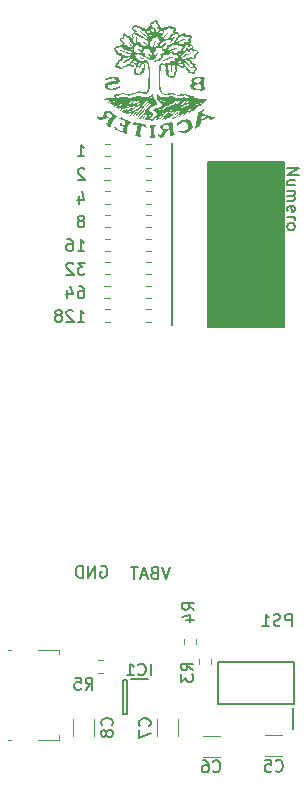
<source format=gbo>
G04 #@! TF.GenerationSoftware,KiCad,Pcbnew,(7.0.0)*
G04 #@! TF.CreationDate,2023-03-12T21:45:25+01:00*
G04 #@! TF.ProjectId,tracker,74726163-6b65-4722-9e6b-696361645f70,rev?*
G04 #@! TF.SameCoordinates,Original*
G04 #@! TF.FileFunction,Legend,Bot*
G04 #@! TF.FilePolarity,Positive*
%FSLAX46Y46*%
G04 Gerber Fmt 4.6, Leading zero omitted, Abs format (unit mm)*
G04 Created by KiCad (PCBNEW (7.0.0)) date 2023-03-12 21:45:25*
%MOMM*%
%LPD*%
G01*
G04 APERTURE LIST*
%ADD10C,0.150000*%
%ADD11C,0.200000*%
%ADD12C,0.120000*%
G04 APERTURE END LIST*
D10*
X144000000Y-61400000D02*
X144000000Y-76800000D01*
X137938095Y-97230000D02*
X138033333Y-97182380D01*
X138033333Y-97182380D02*
X138176190Y-97182380D01*
X138176190Y-97182380D02*
X138319047Y-97230000D01*
X138319047Y-97230000D02*
X138414285Y-97325238D01*
X138414285Y-97325238D02*
X138461904Y-97420476D01*
X138461904Y-97420476D02*
X138509523Y-97610952D01*
X138509523Y-97610952D02*
X138509523Y-97753809D01*
X138509523Y-97753809D02*
X138461904Y-97944285D01*
X138461904Y-97944285D02*
X138414285Y-98039523D01*
X138414285Y-98039523D02*
X138319047Y-98134761D01*
X138319047Y-98134761D02*
X138176190Y-98182380D01*
X138176190Y-98182380D02*
X138080952Y-98182380D01*
X138080952Y-98182380D02*
X137938095Y-98134761D01*
X137938095Y-98134761D02*
X137890476Y-98087142D01*
X137890476Y-98087142D02*
X137890476Y-97753809D01*
X137890476Y-97753809D02*
X138080952Y-97753809D01*
X137461904Y-98182380D02*
X137461904Y-97182380D01*
X137461904Y-97182380D02*
X136890476Y-98182380D01*
X136890476Y-98182380D02*
X136890476Y-97182380D01*
X136414285Y-98182380D02*
X136414285Y-97182380D01*
X136414285Y-97182380D02*
X136176190Y-97182380D01*
X136176190Y-97182380D02*
X136033333Y-97230000D01*
X136033333Y-97230000D02*
X135938095Y-97325238D01*
X135938095Y-97325238D02*
X135890476Y-97420476D01*
X135890476Y-97420476D02*
X135842857Y-97610952D01*
X135842857Y-97610952D02*
X135842857Y-97753809D01*
X135842857Y-97753809D02*
X135890476Y-97944285D01*
X135890476Y-97944285D02*
X135938095Y-98039523D01*
X135938095Y-98039523D02*
X136033333Y-98134761D01*
X136033333Y-98134761D02*
X136176190Y-98182380D01*
X136176190Y-98182380D02*
X136414285Y-98182380D01*
X143804761Y-97282380D02*
X143471428Y-98282380D01*
X143471428Y-98282380D02*
X143138095Y-97282380D01*
X142471428Y-97758571D02*
X142328571Y-97806190D01*
X142328571Y-97806190D02*
X142280952Y-97853809D01*
X142280952Y-97853809D02*
X142233333Y-97949047D01*
X142233333Y-97949047D02*
X142233333Y-98091904D01*
X142233333Y-98091904D02*
X142280952Y-98187142D01*
X142280952Y-98187142D02*
X142328571Y-98234761D01*
X142328571Y-98234761D02*
X142423809Y-98282380D01*
X142423809Y-98282380D02*
X142804761Y-98282380D01*
X142804761Y-98282380D02*
X142804761Y-97282380D01*
X142804761Y-97282380D02*
X142471428Y-97282380D01*
X142471428Y-97282380D02*
X142376190Y-97330000D01*
X142376190Y-97330000D02*
X142328571Y-97377619D01*
X142328571Y-97377619D02*
X142280952Y-97472857D01*
X142280952Y-97472857D02*
X142280952Y-97568095D01*
X142280952Y-97568095D02*
X142328571Y-97663333D01*
X142328571Y-97663333D02*
X142376190Y-97710952D01*
X142376190Y-97710952D02*
X142471428Y-97758571D01*
X142471428Y-97758571D02*
X142804761Y-97758571D01*
X141852380Y-97996666D02*
X141376190Y-97996666D01*
X141947618Y-98282380D02*
X141614285Y-97282380D01*
X141614285Y-97282380D02*
X141280952Y-98282380D01*
X141090475Y-97282380D02*
X140519047Y-97282380D01*
X140804761Y-98282380D02*
X140804761Y-97282380D01*
X147000000Y-63000000D02*
X153500000Y-63000000D01*
X153500000Y-63000000D02*
X153500000Y-77000000D01*
X153500000Y-77000000D02*
X147000000Y-77000000D01*
X147000000Y-77000000D02*
X147000000Y-63000000D01*
G36*
X147000000Y-63000000D02*
G01*
X153500000Y-63000000D01*
X153500000Y-77000000D01*
X147000000Y-77000000D01*
X147000000Y-63000000D01*
G37*
X136559523Y-63627619D02*
X136511904Y-63580000D01*
X136511904Y-63580000D02*
X136416666Y-63532380D01*
X136416666Y-63532380D02*
X136178571Y-63532380D01*
X136178571Y-63532380D02*
X136083333Y-63580000D01*
X136083333Y-63580000D02*
X136035714Y-63627619D01*
X136035714Y-63627619D02*
X135988095Y-63722857D01*
X135988095Y-63722857D02*
X135988095Y-63818095D01*
X135988095Y-63818095D02*
X136035714Y-63960952D01*
X136035714Y-63960952D02*
X136607142Y-64532380D01*
X136607142Y-64532380D02*
X135988095Y-64532380D01*
X135988095Y-76532380D02*
X136559523Y-76532380D01*
X136273809Y-76532380D02*
X136273809Y-75532380D01*
X136273809Y-75532380D02*
X136369047Y-75675238D01*
X136369047Y-75675238D02*
X136464285Y-75770476D01*
X136464285Y-75770476D02*
X136559523Y-75818095D01*
X135607142Y-75627619D02*
X135559523Y-75580000D01*
X135559523Y-75580000D02*
X135464285Y-75532380D01*
X135464285Y-75532380D02*
X135226190Y-75532380D01*
X135226190Y-75532380D02*
X135130952Y-75580000D01*
X135130952Y-75580000D02*
X135083333Y-75627619D01*
X135083333Y-75627619D02*
X135035714Y-75722857D01*
X135035714Y-75722857D02*
X135035714Y-75818095D01*
X135035714Y-75818095D02*
X135083333Y-75960952D01*
X135083333Y-75960952D02*
X135654761Y-76532380D01*
X135654761Y-76532380D02*
X135035714Y-76532380D01*
X134464285Y-75960952D02*
X134559523Y-75913333D01*
X134559523Y-75913333D02*
X134607142Y-75865714D01*
X134607142Y-75865714D02*
X134654761Y-75770476D01*
X134654761Y-75770476D02*
X134654761Y-75722857D01*
X134654761Y-75722857D02*
X134607142Y-75627619D01*
X134607142Y-75627619D02*
X134559523Y-75580000D01*
X134559523Y-75580000D02*
X134464285Y-75532380D01*
X134464285Y-75532380D02*
X134273809Y-75532380D01*
X134273809Y-75532380D02*
X134178571Y-75580000D01*
X134178571Y-75580000D02*
X134130952Y-75627619D01*
X134130952Y-75627619D02*
X134083333Y-75722857D01*
X134083333Y-75722857D02*
X134083333Y-75770476D01*
X134083333Y-75770476D02*
X134130952Y-75865714D01*
X134130952Y-75865714D02*
X134178571Y-75913333D01*
X134178571Y-75913333D02*
X134273809Y-75960952D01*
X134273809Y-75960952D02*
X134464285Y-75960952D01*
X134464285Y-75960952D02*
X134559523Y-76008571D01*
X134559523Y-76008571D02*
X134607142Y-76056190D01*
X134607142Y-76056190D02*
X134654761Y-76151428D01*
X134654761Y-76151428D02*
X134654761Y-76341904D01*
X134654761Y-76341904D02*
X134607142Y-76437142D01*
X134607142Y-76437142D02*
X134559523Y-76484761D01*
X134559523Y-76484761D02*
X134464285Y-76532380D01*
X134464285Y-76532380D02*
X134273809Y-76532380D01*
X134273809Y-76532380D02*
X134178571Y-76484761D01*
X134178571Y-76484761D02*
X134130952Y-76437142D01*
X134130952Y-76437142D02*
X134083333Y-76341904D01*
X134083333Y-76341904D02*
X134083333Y-76151428D01*
X134083333Y-76151428D02*
X134130952Y-76056190D01*
X134130952Y-76056190D02*
X134178571Y-76008571D01*
X134178571Y-76008571D02*
X134273809Y-75960952D01*
X136607142Y-71532380D02*
X135988095Y-71532380D01*
X135988095Y-71532380D02*
X136321428Y-71913333D01*
X136321428Y-71913333D02*
X136178571Y-71913333D01*
X136178571Y-71913333D02*
X136083333Y-71960952D01*
X136083333Y-71960952D02*
X136035714Y-72008571D01*
X136035714Y-72008571D02*
X135988095Y-72103809D01*
X135988095Y-72103809D02*
X135988095Y-72341904D01*
X135988095Y-72341904D02*
X136035714Y-72437142D01*
X136035714Y-72437142D02*
X136083333Y-72484761D01*
X136083333Y-72484761D02*
X136178571Y-72532380D01*
X136178571Y-72532380D02*
X136464285Y-72532380D01*
X136464285Y-72532380D02*
X136559523Y-72484761D01*
X136559523Y-72484761D02*
X136607142Y-72437142D01*
X135607142Y-71627619D02*
X135559523Y-71580000D01*
X135559523Y-71580000D02*
X135464285Y-71532380D01*
X135464285Y-71532380D02*
X135226190Y-71532380D01*
X135226190Y-71532380D02*
X135130952Y-71580000D01*
X135130952Y-71580000D02*
X135083333Y-71627619D01*
X135083333Y-71627619D02*
X135035714Y-71722857D01*
X135035714Y-71722857D02*
X135035714Y-71818095D01*
X135035714Y-71818095D02*
X135083333Y-71960952D01*
X135083333Y-71960952D02*
X135654761Y-72532380D01*
X135654761Y-72532380D02*
X135035714Y-72532380D01*
X136083333Y-65865714D02*
X136083333Y-66532380D01*
X136321428Y-65484761D02*
X136559523Y-66199047D01*
X136559523Y-66199047D02*
X135940476Y-66199047D01*
D11*
X153717619Y-63488095D02*
X154717619Y-63488095D01*
X154717619Y-63488095D02*
X153717619Y-64059523D01*
X153717619Y-64059523D02*
X154717619Y-64059523D01*
X154384285Y-64964285D02*
X153717619Y-64964285D01*
X154384285Y-64535714D02*
X153860476Y-64535714D01*
X153860476Y-64535714D02*
X153765238Y-64583333D01*
X153765238Y-64583333D02*
X153717619Y-64678571D01*
X153717619Y-64678571D02*
X153717619Y-64821428D01*
X153717619Y-64821428D02*
X153765238Y-64916666D01*
X153765238Y-64916666D02*
X153812857Y-64964285D01*
X153717619Y-65440476D02*
X154384285Y-65440476D01*
X154289047Y-65440476D02*
X154336666Y-65488095D01*
X154336666Y-65488095D02*
X154384285Y-65583333D01*
X154384285Y-65583333D02*
X154384285Y-65726190D01*
X154384285Y-65726190D02*
X154336666Y-65821428D01*
X154336666Y-65821428D02*
X154241428Y-65869047D01*
X154241428Y-65869047D02*
X153717619Y-65869047D01*
X154241428Y-65869047D02*
X154336666Y-65916666D01*
X154336666Y-65916666D02*
X154384285Y-66011904D01*
X154384285Y-66011904D02*
X154384285Y-66154761D01*
X154384285Y-66154761D02*
X154336666Y-66250000D01*
X154336666Y-66250000D02*
X154241428Y-66297619D01*
X154241428Y-66297619D02*
X153717619Y-66297619D01*
X153765238Y-67154761D02*
X153717619Y-67059523D01*
X153717619Y-67059523D02*
X153717619Y-66869047D01*
X153717619Y-66869047D02*
X153765238Y-66773809D01*
X153765238Y-66773809D02*
X153860476Y-66726190D01*
X153860476Y-66726190D02*
X154241428Y-66726190D01*
X154241428Y-66726190D02*
X154336666Y-66773809D01*
X154336666Y-66773809D02*
X154384285Y-66869047D01*
X154384285Y-66869047D02*
X154384285Y-67059523D01*
X154384285Y-67059523D02*
X154336666Y-67154761D01*
X154336666Y-67154761D02*
X154241428Y-67202380D01*
X154241428Y-67202380D02*
X154146190Y-67202380D01*
X154146190Y-67202380D02*
X154050952Y-66726190D01*
X153717619Y-67630952D02*
X154384285Y-67630952D01*
X154193809Y-67630952D02*
X154289047Y-67678571D01*
X154289047Y-67678571D02*
X154336666Y-67726190D01*
X154336666Y-67726190D02*
X154384285Y-67821428D01*
X154384285Y-67821428D02*
X154384285Y-67916666D01*
X153717619Y-68392857D02*
X153765238Y-68297619D01*
X153765238Y-68297619D02*
X153812857Y-68250000D01*
X153812857Y-68250000D02*
X153908095Y-68202381D01*
X153908095Y-68202381D02*
X154193809Y-68202381D01*
X154193809Y-68202381D02*
X154289047Y-68250000D01*
X154289047Y-68250000D02*
X154336666Y-68297619D01*
X154336666Y-68297619D02*
X154384285Y-68392857D01*
X154384285Y-68392857D02*
X154384285Y-68535714D01*
X154384285Y-68535714D02*
X154336666Y-68630952D01*
X154336666Y-68630952D02*
X154289047Y-68678571D01*
X154289047Y-68678571D02*
X154193809Y-68726190D01*
X154193809Y-68726190D02*
X153908095Y-68726190D01*
X153908095Y-68726190D02*
X153812857Y-68678571D01*
X153812857Y-68678571D02*
X153765238Y-68630952D01*
X153765238Y-68630952D02*
X153717619Y-68535714D01*
X153717619Y-68535714D02*
X153717619Y-68392857D01*
D10*
X136083333Y-73532380D02*
X136273809Y-73532380D01*
X136273809Y-73532380D02*
X136369047Y-73580000D01*
X136369047Y-73580000D02*
X136416666Y-73627619D01*
X136416666Y-73627619D02*
X136511904Y-73770476D01*
X136511904Y-73770476D02*
X136559523Y-73960952D01*
X136559523Y-73960952D02*
X136559523Y-74341904D01*
X136559523Y-74341904D02*
X136511904Y-74437142D01*
X136511904Y-74437142D02*
X136464285Y-74484761D01*
X136464285Y-74484761D02*
X136369047Y-74532380D01*
X136369047Y-74532380D02*
X136178571Y-74532380D01*
X136178571Y-74532380D02*
X136083333Y-74484761D01*
X136083333Y-74484761D02*
X136035714Y-74437142D01*
X136035714Y-74437142D02*
X135988095Y-74341904D01*
X135988095Y-74341904D02*
X135988095Y-74103809D01*
X135988095Y-74103809D02*
X136035714Y-74008571D01*
X136035714Y-74008571D02*
X136083333Y-73960952D01*
X136083333Y-73960952D02*
X136178571Y-73913333D01*
X136178571Y-73913333D02*
X136369047Y-73913333D01*
X136369047Y-73913333D02*
X136464285Y-73960952D01*
X136464285Y-73960952D02*
X136511904Y-74008571D01*
X136511904Y-74008571D02*
X136559523Y-74103809D01*
X135130952Y-73865714D02*
X135130952Y-74532380D01*
X135369047Y-73484761D02*
X135607142Y-74199047D01*
X135607142Y-74199047D02*
X134988095Y-74199047D01*
X135988095Y-70532380D02*
X136559523Y-70532380D01*
X136273809Y-70532380D02*
X136273809Y-69532380D01*
X136273809Y-69532380D02*
X136369047Y-69675238D01*
X136369047Y-69675238D02*
X136464285Y-69770476D01*
X136464285Y-69770476D02*
X136559523Y-69818095D01*
X135130952Y-69532380D02*
X135321428Y-69532380D01*
X135321428Y-69532380D02*
X135416666Y-69580000D01*
X135416666Y-69580000D02*
X135464285Y-69627619D01*
X135464285Y-69627619D02*
X135559523Y-69770476D01*
X135559523Y-69770476D02*
X135607142Y-69960952D01*
X135607142Y-69960952D02*
X135607142Y-70341904D01*
X135607142Y-70341904D02*
X135559523Y-70437142D01*
X135559523Y-70437142D02*
X135511904Y-70484761D01*
X135511904Y-70484761D02*
X135416666Y-70532380D01*
X135416666Y-70532380D02*
X135226190Y-70532380D01*
X135226190Y-70532380D02*
X135130952Y-70484761D01*
X135130952Y-70484761D02*
X135083333Y-70437142D01*
X135083333Y-70437142D02*
X135035714Y-70341904D01*
X135035714Y-70341904D02*
X135035714Y-70103809D01*
X135035714Y-70103809D02*
X135083333Y-70008571D01*
X135083333Y-70008571D02*
X135130952Y-69960952D01*
X135130952Y-69960952D02*
X135226190Y-69913333D01*
X135226190Y-69913333D02*
X135416666Y-69913333D01*
X135416666Y-69913333D02*
X135511904Y-69960952D01*
X135511904Y-69960952D02*
X135559523Y-70008571D01*
X135559523Y-70008571D02*
X135607142Y-70103809D01*
X135988095Y-62532380D02*
X136559523Y-62532380D01*
X136273809Y-62532380D02*
X136273809Y-61532380D01*
X136273809Y-61532380D02*
X136369047Y-61675238D01*
X136369047Y-61675238D02*
X136464285Y-61770476D01*
X136464285Y-61770476D02*
X136559523Y-61818095D01*
X136369047Y-67960952D02*
X136464285Y-67913333D01*
X136464285Y-67913333D02*
X136511904Y-67865714D01*
X136511904Y-67865714D02*
X136559523Y-67770476D01*
X136559523Y-67770476D02*
X136559523Y-67722857D01*
X136559523Y-67722857D02*
X136511904Y-67627619D01*
X136511904Y-67627619D02*
X136464285Y-67580000D01*
X136464285Y-67580000D02*
X136369047Y-67532380D01*
X136369047Y-67532380D02*
X136178571Y-67532380D01*
X136178571Y-67532380D02*
X136083333Y-67580000D01*
X136083333Y-67580000D02*
X136035714Y-67627619D01*
X136035714Y-67627619D02*
X135988095Y-67722857D01*
X135988095Y-67722857D02*
X135988095Y-67770476D01*
X135988095Y-67770476D02*
X136035714Y-67865714D01*
X136035714Y-67865714D02*
X136083333Y-67913333D01*
X136083333Y-67913333D02*
X136178571Y-67960952D01*
X136178571Y-67960952D02*
X136369047Y-67960952D01*
X136369047Y-67960952D02*
X136464285Y-68008571D01*
X136464285Y-68008571D02*
X136511904Y-68056190D01*
X136511904Y-68056190D02*
X136559523Y-68151428D01*
X136559523Y-68151428D02*
X136559523Y-68341904D01*
X136559523Y-68341904D02*
X136511904Y-68437142D01*
X136511904Y-68437142D02*
X136464285Y-68484761D01*
X136464285Y-68484761D02*
X136369047Y-68532380D01*
X136369047Y-68532380D02*
X136178571Y-68532380D01*
X136178571Y-68532380D02*
X136083333Y-68484761D01*
X136083333Y-68484761D02*
X136035714Y-68437142D01*
X136035714Y-68437142D02*
X135988095Y-68341904D01*
X135988095Y-68341904D02*
X135988095Y-68151428D01*
X135988095Y-68151428D02*
X136035714Y-68056190D01*
X136035714Y-68056190D02*
X136083333Y-68008571D01*
X136083333Y-68008571D02*
X136178571Y-67960952D01*
G04 #@! TO.C,R5*
X136666666Y-107667380D02*
X136999999Y-107191190D01*
X137238094Y-107667380D02*
X137238094Y-106667380D01*
X137238094Y-106667380D02*
X136857142Y-106667380D01*
X136857142Y-106667380D02*
X136761904Y-106715000D01*
X136761904Y-106715000D02*
X136714285Y-106762619D01*
X136714285Y-106762619D02*
X136666666Y-106857857D01*
X136666666Y-106857857D02*
X136666666Y-107000714D01*
X136666666Y-107000714D02*
X136714285Y-107095952D01*
X136714285Y-107095952D02*
X136761904Y-107143571D01*
X136761904Y-107143571D02*
X136857142Y-107191190D01*
X136857142Y-107191190D02*
X137238094Y-107191190D01*
X135761904Y-106667380D02*
X136238094Y-106667380D01*
X136238094Y-106667380D02*
X136285713Y-107143571D01*
X136285713Y-107143571D02*
X136238094Y-107095952D01*
X136238094Y-107095952D02*
X136142856Y-107048333D01*
X136142856Y-107048333D02*
X135904761Y-107048333D01*
X135904761Y-107048333D02*
X135809523Y-107095952D01*
X135809523Y-107095952D02*
X135761904Y-107143571D01*
X135761904Y-107143571D02*
X135714285Y-107238809D01*
X135714285Y-107238809D02*
X135714285Y-107476904D01*
X135714285Y-107476904D02*
X135761904Y-107572142D01*
X135761904Y-107572142D02*
X135809523Y-107619761D01*
X135809523Y-107619761D02*
X135904761Y-107667380D01*
X135904761Y-107667380D02*
X136142856Y-107667380D01*
X136142856Y-107667380D02*
X136238094Y-107619761D01*
X136238094Y-107619761D02*
X136285713Y-107572142D01*
D11*
G04 #@! TO.C,IC1*
X142176189Y-106467380D02*
X142176189Y-105467380D01*
X141128571Y-106372142D02*
X141176190Y-106419761D01*
X141176190Y-106419761D02*
X141319047Y-106467380D01*
X141319047Y-106467380D02*
X141414285Y-106467380D01*
X141414285Y-106467380D02*
X141557142Y-106419761D01*
X141557142Y-106419761D02*
X141652380Y-106324523D01*
X141652380Y-106324523D02*
X141699999Y-106229285D01*
X141699999Y-106229285D02*
X141747618Y-106038809D01*
X141747618Y-106038809D02*
X141747618Y-105895952D01*
X141747618Y-105895952D02*
X141699999Y-105705476D01*
X141699999Y-105705476D02*
X141652380Y-105610238D01*
X141652380Y-105610238D02*
X141557142Y-105515000D01*
X141557142Y-105515000D02*
X141414285Y-105467380D01*
X141414285Y-105467380D02*
X141319047Y-105467380D01*
X141319047Y-105467380D02*
X141176190Y-105515000D01*
X141176190Y-105515000D02*
X141128571Y-105562619D01*
X140176190Y-106467380D02*
X140747618Y-106467380D01*
X140461904Y-106467380D02*
X140461904Y-105467380D01*
X140461904Y-105467380D02*
X140557142Y-105610238D01*
X140557142Y-105610238D02*
X140652380Y-105705476D01*
X140652380Y-105705476D02*
X140747618Y-105753095D01*
D10*
G04 #@! TO.C,C8*
X138872142Y-110708333D02*
X138919761Y-110660714D01*
X138919761Y-110660714D02*
X138967380Y-110517857D01*
X138967380Y-110517857D02*
X138967380Y-110422619D01*
X138967380Y-110422619D02*
X138919761Y-110279762D01*
X138919761Y-110279762D02*
X138824523Y-110184524D01*
X138824523Y-110184524D02*
X138729285Y-110136905D01*
X138729285Y-110136905D02*
X138538809Y-110089286D01*
X138538809Y-110089286D02*
X138395952Y-110089286D01*
X138395952Y-110089286D02*
X138205476Y-110136905D01*
X138205476Y-110136905D02*
X138110238Y-110184524D01*
X138110238Y-110184524D02*
X138015000Y-110279762D01*
X138015000Y-110279762D02*
X137967380Y-110422619D01*
X137967380Y-110422619D02*
X137967380Y-110517857D01*
X137967380Y-110517857D02*
X138015000Y-110660714D01*
X138015000Y-110660714D02*
X138062619Y-110708333D01*
X138395952Y-111279762D02*
X138348333Y-111184524D01*
X138348333Y-111184524D02*
X138300714Y-111136905D01*
X138300714Y-111136905D02*
X138205476Y-111089286D01*
X138205476Y-111089286D02*
X138157857Y-111089286D01*
X138157857Y-111089286D02*
X138062619Y-111136905D01*
X138062619Y-111136905D02*
X138015000Y-111184524D01*
X138015000Y-111184524D02*
X137967380Y-111279762D01*
X137967380Y-111279762D02*
X137967380Y-111470238D01*
X137967380Y-111470238D02*
X138015000Y-111565476D01*
X138015000Y-111565476D02*
X138062619Y-111613095D01*
X138062619Y-111613095D02*
X138157857Y-111660714D01*
X138157857Y-111660714D02*
X138205476Y-111660714D01*
X138205476Y-111660714D02*
X138300714Y-111613095D01*
X138300714Y-111613095D02*
X138348333Y-111565476D01*
X138348333Y-111565476D02*
X138395952Y-111470238D01*
X138395952Y-111470238D02*
X138395952Y-111279762D01*
X138395952Y-111279762D02*
X138443571Y-111184524D01*
X138443571Y-111184524D02*
X138491190Y-111136905D01*
X138491190Y-111136905D02*
X138586428Y-111089286D01*
X138586428Y-111089286D02*
X138776904Y-111089286D01*
X138776904Y-111089286D02*
X138872142Y-111136905D01*
X138872142Y-111136905D02*
X138919761Y-111184524D01*
X138919761Y-111184524D02*
X138967380Y-111279762D01*
X138967380Y-111279762D02*
X138967380Y-111470238D01*
X138967380Y-111470238D02*
X138919761Y-111565476D01*
X138919761Y-111565476D02*
X138872142Y-111613095D01*
X138872142Y-111613095D02*
X138776904Y-111660714D01*
X138776904Y-111660714D02*
X138586428Y-111660714D01*
X138586428Y-111660714D02*
X138491190Y-111613095D01*
X138491190Y-111613095D02*
X138443571Y-111565476D01*
X138443571Y-111565476D02*
X138395952Y-111470238D01*
G04 #@! TO.C,C7*
X142072142Y-110733333D02*
X142119761Y-110685714D01*
X142119761Y-110685714D02*
X142167380Y-110542857D01*
X142167380Y-110542857D02*
X142167380Y-110447619D01*
X142167380Y-110447619D02*
X142119761Y-110304762D01*
X142119761Y-110304762D02*
X142024523Y-110209524D01*
X142024523Y-110209524D02*
X141929285Y-110161905D01*
X141929285Y-110161905D02*
X141738809Y-110114286D01*
X141738809Y-110114286D02*
X141595952Y-110114286D01*
X141595952Y-110114286D02*
X141405476Y-110161905D01*
X141405476Y-110161905D02*
X141310238Y-110209524D01*
X141310238Y-110209524D02*
X141215000Y-110304762D01*
X141215000Y-110304762D02*
X141167380Y-110447619D01*
X141167380Y-110447619D02*
X141167380Y-110542857D01*
X141167380Y-110542857D02*
X141215000Y-110685714D01*
X141215000Y-110685714D02*
X141262619Y-110733333D01*
X141167380Y-111066667D02*
X141167380Y-111733333D01*
X141167380Y-111733333D02*
X142167380Y-111304762D01*
G04 #@! TO.C,R4*
X145867380Y-100933333D02*
X145391190Y-100600000D01*
X145867380Y-100361905D02*
X144867380Y-100361905D01*
X144867380Y-100361905D02*
X144867380Y-100742857D01*
X144867380Y-100742857D02*
X144915000Y-100838095D01*
X144915000Y-100838095D02*
X144962619Y-100885714D01*
X144962619Y-100885714D02*
X145057857Y-100933333D01*
X145057857Y-100933333D02*
X145200714Y-100933333D01*
X145200714Y-100933333D02*
X145295952Y-100885714D01*
X145295952Y-100885714D02*
X145343571Y-100838095D01*
X145343571Y-100838095D02*
X145391190Y-100742857D01*
X145391190Y-100742857D02*
X145391190Y-100361905D01*
X145200714Y-101790476D02*
X145867380Y-101790476D01*
X144819761Y-101552381D02*
X145534047Y-101314286D01*
X145534047Y-101314286D02*
X145534047Y-101933333D01*
G04 #@! TO.C,R3*
X145767380Y-106033333D02*
X145291190Y-105700000D01*
X145767380Y-105461905D02*
X144767380Y-105461905D01*
X144767380Y-105461905D02*
X144767380Y-105842857D01*
X144767380Y-105842857D02*
X144815000Y-105938095D01*
X144815000Y-105938095D02*
X144862619Y-105985714D01*
X144862619Y-105985714D02*
X144957857Y-106033333D01*
X144957857Y-106033333D02*
X145100714Y-106033333D01*
X145100714Y-106033333D02*
X145195952Y-105985714D01*
X145195952Y-105985714D02*
X145243571Y-105938095D01*
X145243571Y-105938095D02*
X145291190Y-105842857D01*
X145291190Y-105842857D02*
X145291190Y-105461905D01*
X144767380Y-106366667D02*
X144767380Y-106985714D01*
X144767380Y-106985714D02*
X145148333Y-106652381D01*
X145148333Y-106652381D02*
X145148333Y-106795238D01*
X145148333Y-106795238D02*
X145195952Y-106890476D01*
X145195952Y-106890476D02*
X145243571Y-106938095D01*
X145243571Y-106938095D02*
X145338809Y-106985714D01*
X145338809Y-106985714D02*
X145576904Y-106985714D01*
X145576904Y-106985714D02*
X145672142Y-106938095D01*
X145672142Y-106938095D02*
X145719761Y-106890476D01*
X145719761Y-106890476D02*
X145767380Y-106795238D01*
X145767380Y-106795238D02*
X145767380Y-106509524D01*
X145767380Y-106509524D02*
X145719761Y-106414286D01*
X145719761Y-106414286D02*
X145672142Y-106366667D01*
D11*
G04 #@! TO.C,PS1*
X154114285Y-102267380D02*
X154114285Y-101267380D01*
X154114285Y-101267380D02*
X153733333Y-101267380D01*
X153733333Y-101267380D02*
X153638095Y-101315000D01*
X153638095Y-101315000D02*
X153590476Y-101362619D01*
X153590476Y-101362619D02*
X153542857Y-101457857D01*
X153542857Y-101457857D02*
X153542857Y-101600714D01*
X153542857Y-101600714D02*
X153590476Y-101695952D01*
X153590476Y-101695952D02*
X153638095Y-101743571D01*
X153638095Y-101743571D02*
X153733333Y-101791190D01*
X153733333Y-101791190D02*
X154114285Y-101791190D01*
X153161904Y-102219761D02*
X153019047Y-102267380D01*
X153019047Y-102267380D02*
X152780952Y-102267380D01*
X152780952Y-102267380D02*
X152685714Y-102219761D01*
X152685714Y-102219761D02*
X152638095Y-102172142D01*
X152638095Y-102172142D02*
X152590476Y-102076904D01*
X152590476Y-102076904D02*
X152590476Y-101981666D01*
X152590476Y-101981666D02*
X152638095Y-101886428D01*
X152638095Y-101886428D02*
X152685714Y-101838809D01*
X152685714Y-101838809D02*
X152780952Y-101791190D01*
X152780952Y-101791190D02*
X152971428Y-101743571D01*
X152971428Y-101743571D02*
X153066666Y-101695952D01*
X153066666Y-101695952D02*
X153114285Y-101648333D01*
X153114285Y-101648333D02*
X153161904Y-101553095D01*
X153161904Y-101553095D02*
X153161904Y-101457857D01*
X153161904Y-101457857D02*
X153114285Y-101362619D01*
X153114285Y-101362619D02*
X153066666Y-101315000D01*
X153066666Y-101315000D02*
X152971428Y-101267380D01*
X152971428Y-101267380D02*
X152733333Y-101267380D01*
X152733333Y-101267380D02*
X152590476Y-101315000D01*
X151638095Y-102267380D02*
X152209523Y-102267380D01*
X151923809Y-102267380D02*
X151923809Y-101267380D01*
X151923809Y-101267380D02*
X152019047Y-101410238D01*
X152019047Y-101410238D02*
X152114285Y-101505476D01*
X152114285Y-101505476D02*
X152209523Y-101553095D01*
D10*
G04 #@! TO.C,C6*
X147466666Y-114572142D02*
X147514285Y-114619761D01*
X147514285Y-114619761D02*
X147657142Y-114667380D01*
X147657142Y-114667380D02*
X147752380Y-114667380D01*
X147752380Y-114667380D02*
X147895237Y-114619761D01*
X147895237Y-114619761D02*
X147990475Y-114524523D01*
X147990475Y-114524523D02*
X148038094Y-114429285D01*
X148038094Y-114429285D02*
X148085713Y-114238809D01*
X148085713Y-114238809D02*
X148085713Y-114095952D01*
X148085713Y-114095952D02*
X148038094Y-113905476D01*
X148038094Y-113905476D02*
X147990475Y-113810238D01*
X147990475Y-113810238D02*
X147895237Y-113715000D01*
X147895237Y-113715000D02*
X147752380Y-113667380D01*
X147752380Y-113667380D02*
X147657142Y-113667380D01*
X147657142Y-113667380D02*
X147514285Y-113715000D01*
X147514285Y-113715000D02*
X147466666Y-113762619D01*
X146609523Y-113667380D02*
X146799999Y-113667380D01*
X146799999Y-113667380D02*
X146895237Y-113715000D01*
X146895237Y-113715000D02*
X146942856Y-113762619D01*
X146942856Y-113762619D02*
X147038094Y-113905476D01*
X147038094Y-113905476D02*
X147085713Y-114095952D01*
X147085713Y-114095952D02*
X147085713Y-114476904D01*
X147085713Y-114476904D02*
X147038094Y-114572142D01*
X147038094Y-114572142D02*
X146990475Y-114619761D01*
X146990475Y-114619761D02*
X146895237Y-114667380D01*
X146895237Y-114667380D02*
X146704761Y-114667380D01*
X146704761Y-114667380D02*
X146609523Y-114619761D01*
X146609523Y-114619761D02*
X146561904Y-114572142D01*
X146561904Y-114572142D02*
X146514285Y-114476904D01*
X146514285Y-114476904D02*
X146514285Y-114238809D01*
X146514285Y-114238809D02*
X146561904Y-114143571D01*
X146561904Y-114143571D02*
X146609523Y-114095952D01*
X146609523Y-114095952D02*
X146704761Y-114048333D01*
X146704761Y-114048333D02*
X146895237Y-114048333D01*
X146895237Y-114048333D02*
X146990475Y-114095952D01*
X146990475Y-114095952D02*
X147038094Y-114143571D01*
X147038094Y-114143571D02*
X147085713Y-114238809D01*
G04 #@! TO.C,C5*
X152766666Y-114522142D02*
X152814285Y-114569761D01*
X152814285Y-114569761D02*
X152957142Y-114617380D01*
X152957142Y-114617380D02*
X153052380Y-114617380D01*
X153052380Y-114617380D02*
X153195237Y-114569761D01*
X153195237Y-114569761D02*
X153290475Y-114474523D01*
X153290475Y-114474523D02*
X153338094Y-114379285D01*
X153338094Y-114379285D02*
X153385713Y-114188809D01*
X153385713Y-114188809D02*
X153385713Y-114045952D01*
X153385713Y-114045952D02*
X153338094Y-113855476D01*
X153338094Y-113855476D02*
X153290475Y-113760238D01*
X153290475Y-113760238D02*
X153195237Y-113665000D01*
X153195237Y-113665000D02*
X153052380Y-113617380D01*
X153052380Y-113617380D02*
X152957142Y-113617380D01*
X152957142Y-113617380D02*
X152814285Y-113665000D01*
X152814285Y-113665000D02*
X152766666Y-113712619D01*
X151861904Y-113617380D02*
X152338094Y-113617380D01*
X152338094Y-113617380D02*
X152385713Y-114093571D01*
X152385713Y-114093571D02*
X152338094Y-114045952D01*
X152338094Y-114045952D02*
X152242856Y-113998333D01*
X152242856Y-113998333D02*
X152004761Y-113998333D01*
X152004761Y-113998333D02*
X151909523Y-114045952D01*
X151909523Y-114045952D02*
X151861904Y-114093571D01*
X151861904Y-114093571D02*
X151814285Y-114188809D01*
X151814285Y-114188809D02*
X151814285Y-114426904D01*
X151814285Y-114426904D02*
X151861904Y-114522142D01*
X151861904Y-114522142D02*
X151909523Y-114569761D01*
X151909523Y-114569761D02*
X152004761Y-114617380D01*
X152004761Y-114617380D02*
X152242856Y-114617380D01*
X152242856Y-114617380D02*
X152338094Y-114569761D01*
X152338094Y-114569761D02*
X152385713Y-114522142D01*
D12*
G04 #@! TO.C,R5*
X137687742Y-105177500D02*
X138162258Y-105177500D01*
X137687742Y-106222500D02*
X138162258Y-106222500D01*
G04 #@! TO.C,J3*
X134410000Y-104290000D02*
X134410000Y-104670000D01*
X132640000Y-111910000D02*
X134410000Y-111910000D01*
X134410000Y-104290000D02*
X132640000Y-104290000D01*
X134410000Y-111910000D02*
X134410000Y-111530000D01*
X130360000Y-104290000D02*
X130100000Y-104290000D01*
X130100000Y-111910000D02*
X130360000Y-111910000D01*
D11*
G04 #@! TO.C,IC1*
X141950000Y-106800000D02*
X140550000Y-106800000D01*
X140200000Y-106850000D02*
X139800000Y-106850000D01*
X140200000Y-109750000D02*
X140200000Y-106850000D01*
X139800000Y-106850000D02*
X139800000Y-109750000D01*
X139800000Y-109750000D02*
X140200000Y-109750000D01*
D12*
G04 #@! TO.C,C8*
X135590000Y-110163748D02*
X135590000Y-111586252D01*
X137410000Y-110163748D02*
X137410000Y-111586252D01*
G04 #@! TO.C,C7*
X142690000Y-110163748D02*
X142690000Y-111586252D01*
X144510000Y-110163748D02*
X144510000Y-111586252D01*
G04 #@! TO.C,G\u002A\u002A\u002A*
G36*
X145076608Y-53411988D02*
G01*
X145039474Y-53449123D01*
X145002339Y-53411988D01*
X145039474Y-53374854D01*
X145076608Y-53411988D01*
G37*
G36*
X144458018Y-58824005D02*
G01*
X144371053Y-58945029D01*
X144268645Y-59037004D01*
X144198669Y-59057343D01*
X144209819Y-58991784D01*
X144296784Y-58870760D01*
X144399192Y-58778785D01*
X144469167Y-58758446D01*
X144458018Y-58824005D01*
G37*
G36*
X141503780Y-52780703D02*
G01*
X141601987Y-52825649D01*
X141744842Y-52932913D01*
X141920176Y-53085125D01*
X141678801Y-52968141D01*
X141506228Y-52873319D01*
X141438456Y-52805049D01*
X141503468Y-52780702D01*
X141503780Y-52780703D01*
G37*
G36*
X141426127Y-54152005D02*
G01*
X141585965Y-54234677D01*
X141771638Y-54346547D01*
X141585965Y-54297967D01*
X141452119Y-54252114D01*
X141329737Y-54183465D01*
X141296460Y-54144803D01*
X141319102Y-54119944D01*
X141426127Y-54152005D01*
G37*
G36*
X140384998Y-52887433D02*
G01*
X140447697Y-52946357D01*
X140571331Y-53069120D01*
X140620468Y-53128807D01*
X140615220Y-53153157D01*
X140551669Y-53152016D01*
X140441208Y-53063563D01*
X140315787Y-52910672D01*
X140149529Y-52669298D01*
X140384998Y-52887433D01*
G37*
G36*
X141707816Y-59125403D02*
G01*
X141611589Y-59254824D01*
X141525640Y-59342397D01*
X141460438Y-59390643D01*
X141456378Y-59356146D01*
X141506766Y-59252216D01*
X141586120Y-59133402D01*
X141660633Y-59056186D01*
X141673855Y-59048495D01*
X141731224Y-59045884D01*
X141707816Y-59125403D01*
G37*
G36*
X141329588Y-51905956D02*
G01*
X141468334Y-51999229D01*
X141642757Y-52147406D01*
X141782206Y-52283157D01*
X141864984Y-52382620D01*
X141842236Y-52393564D01*
X141721845Y-52315870D01*
X141511696Y-52149415D01*
X141387330Y-52038945D01*
X141288238Y-51931160D01*
X141282953Y-51889474D01*
X141329588Y-51905956D01*
G37*
G36*
X140983092Y-58765276D02*
G01*
X140949838Y-58849011D01*
X140843275Y-58982164D01*
X140823147Y-59003087D01*
X140701643Y-59107398D01*
X140632260Y-59130116D01*
X140629189Y-59124782D01*
X140662443Y-59041047D01*
X140769006Y-58907895D01*
X140789134Y-58886971D01*
X140910638Y-58782660D01*
X140980020Y-58759942D01*
X140983092Y-58765276D01*
G37*
G36*
X141691911Y-58533389D02*
G01*
X141575873Y-58696023D01*
X141394550Y-58918455D01*
X141381948Y-58933176D01*
X141211194Y-59126794D01*
X141080972Y-59264162D01*
X141018590Y-59316374D01*
X141024820Y-59281700D01*
X141097030Y-59162569D01*
X141216320Y-58992120D01*
X141356855Y-58805603D01*
X141492798Y-58638271D01*
X141598315Y-58525373D01*
X141698373Y-58444921D01*
X141735224Y-58444905D01*
X141691911Y-58533389D01*
G37*
G36*
X144036842Y-54122728D02*
G01*
X144017210Y-54159595D01*
X143906871Y-54194926D01*
X143882745Y-54197254D01*
X143717510Y-54247023D01*
X143516959Y-54340351D01*
X143471139Y-54364545D01*
X143279745Y-54448615D01*
X143145614Y-54482493D01*
X143125942Y-54477802D01*
X143158960Y-54432897D01*
X143280129Y-54355431D01*
X143455106Y-54263960D01*
X143649547Y-54177038D01*
X143829109Y-54113221D01*
X143975387Y-54089688D01*
X144036842Y-54122728D01*
G37*
G36*
X142505451Y-59845153D02*
G01*
X142590641Y-59870333D01*
X142566316Y-59925380D01*
X142533442Y-59981644D01*
X142493748Y-60157503D01*
X142477750Y-60387636D01*
X142485259Y-60621787D01*
X142516082Y-60809696D01*
X142570029Y-60901105D01*
X142581755Y-60913613D01*
X142505636Y-60931527D01*
X142328655Y-60938566D01*
X142222422Y-60936406D01*
X142096068Y-60922898D01*
X142087281Y-60901105D01*
X142120202Y-60868339D01*
X142164882Y-60697507D01*
X142180117Y-60393275D01*
X142176272Y-60224924D01*
X142146113Y-59986377D01*
X142087281Y-59885444D01*
X142075191Y-59872847D01*
X142149421Y-59852657D01*
X142324942Y-59842121D01*
X142505451Y-59845153D01*
G37*
G36*
X141020493Y-59684505D02*
G01*
X141231464Y-59738002D01*
X141476783Y-59761988D01*
X141686103Y-59796366D01*
X141812176Y-59916887D01*
X141821473Y-59934751D01*
X141866601Y-60069677D01*
X141833102Y-60106354D01*
X141735993Y-60023724D01*
X141630257Y-59925884D01*
X141501279Y-59912123D01*
X141397516Y-60043609D01*
X141320186Y-60319477D01*
X141305910Y-60402963D01*
X141283052Y-60669134D01*
X141319068Y-60802226D01*
X141340628Y-60826306D01*
X141340519Y-60868995D01*
X141230958Y-60869242D01*
X140995106Y-60828407D01*
X140966826Y-60822291D01*
X140843891Y-60775638D01*
X140841257Y-60728732D01*
X140898491Y-60652054D01*
X140965120Y-60482021D01*
X141022358Y-60268700D01*
X141060208Y-60057937D01*
X141068676Y-59895576D01*
X141037765Y-59827462D01*
X140949952Y-59820522D01*
X140851575Y-59830616D01*
X140694737Y-59872599D01*
X140509064Y-59926049D01*
X140662880Y-59766535D01*
X140722151Y-59709491D01*
X140852120Y-59646705D01*
X141020493Y-59684505D01*
G37*
G36*
X145396954Y-59437729D02*
G01*
X145553711Y-59563918D01*
X145561984Y-59572296D01*
X145716128Y-59810394D01*
X145726320Y-60048462D01*
X145596227Y-60271750D01*
X145329518Y-60465506D01*
X145159624Y-60540547D01*
X144924863Y-60570390D01*
X144671623Y-60492757D01*
X144568908Y-60438795D01*
X144487854Y-60363334D01*
X144534932Y-60335466D01*
X144703678Y-60378276D01*
X144813865Y-60413315D01*
X144963284Y-60408524D01*
X145130725Y-60308672D01*
X145144099Y-60298515D01*
X145316983Y-60098437D01*
X145356237Y-59884300D01*
X145256738Y-59681595D01*
X145236557Y-59660279D01*
X145053004Y-59552287D01*
X144850362Y-59585809D01*
X144619568Y-59761988D01*
X144562114Y-59818744D01*
X144435905Y-59937503D01*
X144375639Y-59984795D01*
X144370828Y-59936074D01*
X144390607Y-59796000D01*
X144425895Y-59678681D01*
X144467117Y-59647624D01*
X144523077Y-59646121D01*
X144637770Y-59570184D01*
X144661287Y-59551616D01*
X144839391Y-59467251D01*
X145065198Y-59412462D01*
X145231409Y-59399362D01*
X145396954Y-59437729D01*
G37*
G36*
X139261233Y-55785660D02*
G01*
X139374679Y-55839595D01*
X139510209Y-55981324D01*
X139546476Y-56106402D01*
X139482758Y-56260593D01*
X139290888Y-56373944D01*
X138981676Y-56437134D01*
X138766452Y-56462626D01*
X138605202Y-56504697D01*
X138547057Y-56571134D01*
X138566564Y-56676621D01*
X138567306Y-56678505D01*
X138674453Y-56765786D01*
X138868643Y-56787769D01*
X139105170Y-56746370D01*
X139339328Y-56643504D01*
X139388926Y-56614417D01*
X139525346Y-56549855D01*
X139579565Y-56550945D01*
X139566971Y-56615728D01*
X139455641Y-56762258D01*
X139275676Y-56843110D01*
X139165278Y-56866246D01*
X139071518Y-56904311D01*
X139053476Y-56917026D01*
X138911449Y-56939626D01*
X138709452Y-56917238D01*
X138511382Y-56855437D01*
X138377904Y-56774738D01*
X138277409Y-56613237D01*
X138320539Y-56415380D01*
X138351794Y-56366922D01*
X138469744Y-56275143D01*
X138670419Y-56216688D01*
X138986550Y-56179990D01*
X139176488Y-56139357D01*
X139246491Y-56048538D01*
X139242593Y-56023053D01*
X139152293Y-55944563D01*
X138976088Y-55914359D01*
X138758903Y-55934978D01*
X138545665Y-56008958D01*
X138469691Y-56044139D01*
X138343378Y-56069480D01*
X138326394Y-56014868D01*
X138434282Y-55896058D01*
X138524277Y-55845381D01*
X138753438Y-55784267D01*
X139021597Y-55761356D01*
X139261233Y-55785660D01*
G37*
G36*
X139165925Y-58995604D02*
G01*
X139177962Y-59004063D01*
X139283875Y-59104682D01*
X139280168Y-59150788D01*
X139231661Y-59178010D01*
X139118245Y-59304952D01*
X138992680Y-59493985D01*
X138880750Y-59700234D01*
X138808238Y-59878824D01*
X138800929Y-59984879D01*
X138823607Y-60034899D01*
X138787776Y-60056224D01*
X138673431Y-59997420D01*
X138503801Y-59867651D01*
X138448746Y-59819429D01*
X138362630Y-59734496D01*
X138370568Y-59721848D01*
X138374154Y-59723450D01*
X138474044Y-59694486D01*
X138587502Y-59572344D01*
X138594441Y-59561584D01*
X138661922Y-59394750D01*
X138614282Y-59307451D01*
X138465335Y-59306393D01*
X138228894Y-59398278D01*
X138066827Y-59465069D01*
X137844745Y-59484370D01*
X137700880Y-59390318D01*
X137649708Y-59188163D01*
X137652388Y-59083262D01*
X137677262Y-59042857D01*
X137748221Y-59125633D01*
X137797039Y-59185127D01*
X137886056Y-59219955D01*
X138026729Y-59158395D01*
X138137711Y-59065929D01*
X138183483Y-58936487D01*
X138392398Y-58936487D01*
X138442256Y-59064942D01*
X138575457Y-59196429D01*
X138691984Y-59265359D01*
X138773232Y-59262390D01*
X138844802Y-59155148D01*
X138862179Y-59121089D01*
X138886720Y-58995604D01*
X138796086Y-58895207D01*
X138761638Y-58871705D01*
X138582863Y-58801242D01*
X138446604Y-58824184D01*
X138392398Y-58936487D01*
X138183483Y-58936487D01*
X138206725Y-58870760D01*
X138209974Y-58823185D01*
X138287245Y-58689901D01*
X138455921Y-58655687D01*
X138700729Y-58720300D01*
X139006397Y-58883496D01*
X139165925Y-58995604D01*
G37*
G36*
X139724860Y-59229651D02*
G01*
X139774219Y-59266021D01*
X139933575Y-59342964D01*
X140155788Y-59429810D01*
X140316889Y-59493660D01*
X140451594Y-59565933D01*
X140476112Y-59610865D01*
X140474375Y-59611973D01*
X140387591Y-59723702D01*
X140290256Y-59924225D01*
X140202844Y-60158772D01*
X140145828Y-60372574D01*
X140139682Y-60510862D01*
X140141252Y-60515874D01*
X140149513Y-60580279D01*
X140101936Y-60595691D01*
X139971474Y-60559294D01*
X139731080Y-60468265D01*
X139506257Y-60382723D01*
X139319881Y-60317035D01*
X139229726Y-60292164D01*
X139187382Y-60260609D01*
X139122591Y-60138842D01*
X139101555Y-60042143D01*
X139137481Y-59984795D01*
X139156792Y-59987675D01*
X139209357Y-60062854D01*
X139245035Y-60110106D01*
X139370534Y-60194564D01*
X139535214Y-60279604D01*
X139684631Y-60337850D01*
X139764342Y-60341924D01*
X139796147Y-60289518D01*
X139867662Y-60156888D01*
X139892848Y-60105023D01*
X139904571Y-60003728D01*
X139804118Y-59947854D01*
X139708560Y-59928260D01*
X139592095Y-59940619D01*
X139557947Y-59918773D01*
X139562954Y-59796875D01*
X139575537Y-59746196D01*
X139636469Y-59635284D01*
X139699933Y-59619640D01*
X139729240Y-59716908D01*
X139736201Y-59769729D01*
X139813529Y-59857828D01*
X139928925Y-59850372D01*
X140022348Y-59742184D01*
X140033967Y-59706948D01*
X140017083Y-59540862D01*
X139874826Y-59430213D01*
X139622209Y-59388281D01*
X139478780Y-59382167D01*
X139451015Y-59352551D01*
X139539188Y-59276883D01*
X139643072Y-59220895D01*
X139724860Y-59229651D01*
G37*
G36*
X147135740Y-59131608D02*
G01*
X147170108Y-59145362D01*
X147376124Y-59205740D01*
X147494893Y-59213505D01*
X147575295Y-59194322D01*
X147601555Y-59226847D01*
X147541915Y-59299160D01*
X147412587Y-59378722D01*
X147245368Y-59448223D01*
X147172759Y-59454390D01*
X147193599Y-59390119D01*
X147202081Y-59347429D01*
X147130914Y-59273532D01*
X147022849Y-59275251D01*
X146837298Y-59335007D01*
X146636965Y-59431943D01*
X146474397Y-59540101D01*
X146402138Y-59633527D01*
X146399399Y-59656415D01*
X146382869Y-59819339D01*
X146380609Y-59830757D01*
X146303255Y-59938073D01*
X146152807Y-60060224D01*
X146044394Y-60130625D01*
X145928169Y-60194524D01*
X145898346Y-60176257D01*
X145932021Y-60077631D01*
X145937846Y-60062000D01*
X145978827Y-59906073D01*
X146030722Y-59658222D01*
X146083744Y-59364459D01*
X146084679Y-59358936D01*
X146438233Y-59358936D01*
X146513066Y-59373179D01*
X146691959Y-59299998D01*
X146829311Y-59211095D01*
X146835926Y-59131608D01*
X146695203Y-59068040D01*
X146675856Y-59062940D01*
X146557437Y-59038491D01*
X146502822Y-59079690D01*
X146454806Y-59223538D01*
X146446872Y-59250631D01*
X146438233Y-59358936D01*
X146084679Y-59358936D01*
X146096867Y-59286963D01*
X146143934Y-59026775D01*
X146182218Y-58841246D01*
X146204450Y-58766396D01*
X146404984Y-58640370D01*
X146586581Y-58535607D01*
X146669970Y-58508564D01*
X146669462Y-58555904D01*
X146599370Y-58674288D01*
X146570819Y-58718882D01*
X146537475Y-58800548D01*
X146572239Y-58866399D01*
X146697690Y-58941730D01*
X146936410Y-59051836D01*
X147135740Y-59131608D01*
G37*
G36*
X146727413Y-56085672D02*
G01*
X146711482Y-56283695D01*
X146717194Y-56521763D01*
X146729137Y-56605555D01*
X146746519Y-56727499D01*
X146799649Y-56850643D01*
X146795777Y-56901450D01*
X146681436Y-56933696D01*
X146491029Y-56946749D01*
X146260484Y-56941466D01*
X146025727Y-56918702D01*
X145822685Y-56879311D01*
X145687286Y-56824151D01*
X145577528Y-56724628D01*
X145540818Y-56605555D01*
X145856433Y-56605555D01*
X145866363Y-56673473D01*
X145945419Y-56744412D01*
X146134942Y-56777144D01*
X146158792Y-56779067D01*
X146328973Y-56780840D01*
X146399507Y-56731846D01*
X146413450Y-56605555D01*
X146413377Y-56588893D01*
X146395761Y-56471418D01*
X146317301Y-56428618D01*
X146134942Y-56433967D01*
X146009138Y-56449675D01*
X145888394Y-56501831D01*
X145856433Y-56605555D01*
X145540818Y-56605555D01*
X145530272Y-56571346D01*
X145630300Y-56422643D01*
X145697925Y-56327437D01*
X145653335Y-56196773D01*
X145642644Y-56168991D01*
X145870183Y-56168991D01*
X145871086Y-56171215D01*
X145971696Y-56243025D01*
X146161455Y-56271345D01*
X146303031Y-56263554D01*
X146393190Y-56212648D01*
X146413450Y-56085672D01*
X146410302Y-56020860D01*
X146357776Y-55923531D01*
X146205497Y-55900000D01*
X146009626Y-55932719D01*
X145880687Y-56030007D01*
X145870183Y-56168991D01*
X145642644Y-56168991D01*
X145607002Y-56076366D01*
X145665755Y-55943165D01*
X145690356Y-55918514D01*
X145806883Y-55864117D01*
X146009803Y-55836857D01*
X146329708Y-55831594D01*
X146403998Y-55832702D01*
X146638107Y-55841802D01*
X146780738Y-55856744D01*
X146803363Y-55874918D01*
X146770135Y-55911591D01*
X146729193Y-56063552D01*
X146727413Y-56085672D01*
G37*
G36*
X144085967Y-60003362D02*
G01*
X144090119Y-60080806D01*
X144106652Y-60318471D01*
X144152890Y-60522930D01*
X144234285Y-60633872D01*
X144297367Y-60693193D01*
X144283128Y-60727485D01*
X144168971Y-60739447D01*
X143986017Y-60771071D01*
X143936480Y-60780714D01*
X143821695Y-60786644D01*
X143786146Y-60719057D01*
X143800024Y-60541093D01*
X143811483Y-60383936D01*
X143784506Y-60298476D01*
X143699362Y-60293267D01*
X143673022Y-60302197D01*
X143546295Y-60405803D01*
X143422065Y-60578947D01*
X143394989Y-60626039D01*
X143281493Y-60796882D01*
X143192924Y-60893453D01*
X143160213Y-60912597D01*
X143058083Y-60949155D01*
X143038847Y-60946239D01*
X142929835Y-60871662D01*
X142822970Y-60744476D01*
X142775406Y-60629344D01*
X142789635Y-60596297D01*
X142851431Y-60653216D01*
X142905927Y-60705934D01*
X142983291Y-60678872D01*
X143108475Y-60542801D01*
X143153629Y-60487454D01*
X143237751Y-60368927D01*
X143232718Y-60309184D01*
X143143854Y-60266685D01*
X143025804Y-60159243D01*
X143016689Y-60091207D01*
X143244825Y-60091207D01*
X143327689Y-60170584D01*
X143519561Y-60207602D01*
X143650697Y-60200097D01*
X143725740Y-60145868D01*
X143726132Y-60003362D01*
X143714884Y-59930875D01*
X143655943Y-59831130D01*
X143516959Y-59824111D01*
X143386940Y-59851649D01*
X143246920Y-59944515D01*
X143244825Y-60091207D01*
X143016689Y-60091207D01*
X143004283Y-59998603D01*
X143089912Y-59851997D01*
X143111231Y-59837546D01*
X143266682Y-59776275D01*
X143479825Y-59727221D01*
X143526105Y-59719678D01*
X143755454Y-59680944D01*
X143925439Y-59650256D01*
X144000371Y-59646544D01*
X144050712Y-59694978D01*
X144076633Y-59829288D01*
X144085967Y-60003362D01*
G37*
G36*
X144324860Y-51763165D02*
G01*
X144329098Y-51781996D01*
X144248390Y-51898004D01*
X144241690Y-51902349D01*
X144212662Y-51948092D01*
X144322304Y-51962605D01*
X144435246Y-51986904D01*
X144535206Y-52112281D01*
X144577934Y-52212626D01*
X144679512Y-52251260D01*
X144827277Y-52149415D01*
X144928075Y-52068499D01*
X145051709Y-52055165D01*
X145128064Y-52181600D01*
X145145774Y-52236413D01*
X145209257Y-52287207D01*
X145345932Y-52243030D01*
X145439628Y-52211101D01*
X145594108Y-52222404D01*
X145661914Y-52321403D01*
X145645813Y-52376012D01*
X145614403Y-52482543D01*
X145570042Y-52590905D01*
X145569876Y-52744199D01*
X145573895Y-52829797D01*
X145483352Y-52958459D01*
X145424673Y-53003288D01*
X145406073Y-53044848D01*
X145523724Y-53047728D01*
X145582000Y-53049775D01*
X145690157Y-53112046D01*
X145722148Y-53190895D01*
X145760743Y-53286019D01*
X145787298Y-53373938D01*
X145857059Y-53485213D01*
X145960511Y-53488582D01*
X146048353Y-53482757D01*
X146191059Y-53561027D01*
X146225093Y-53608568D01*
X146232684Y-53694892D01*
X146233849Y-53708135D01*
X146136728Y-53841212D01*
X146042643Y-53985036D01*
X146023476Y-54107566D01*
X146026551Y-54116944D01*
X146000729Y-54233120D01*
X145869691Y-54299229D01*
X145671377Y-54295066D01*
X145570371Y-54275887D01*
X145534793Y-54288816D01*
X145622496Y-54367484D01*
X145698859Y-54457021D01*
X145710949Y-54558216D01*
X145709657Y-54607031D01*
X145810532Y-54637427D01*
X145949819Y-54668303D01*
X146014368Y-54743390D01*
X145964604Y-54825097D01*
X145937079Y-54875830D01*
X146019094Y-54973767D01*
X146031760Y-54983288D01*
X146108818Y-55075552D01*
X146104882Y-55083041D01*
X146060673Y-55167164D01*
X146017598Y-55225691D01*
X145967836Y-55390588D01*
X145938771Y-55510080D01*
X145842245Y-55582248D01*
X145723704Y-55537037D01*
X145667960Y-55497600D01*
X145507369Y-55454386D01*
X145434668Y-55436350D01*
X145373684Y-55342982D01*
X145360744Y-55291029D01*
X145262281Y-55231579D01*
X145197316Y-55204009D01*
X145150877Y-55083041D01*
X145139431Y-54991721D01*
X145069604Y-54939860D01*
X144943434Y-55023116D01*
X144906343Y-55051514D01*
X144801926Y-55051517D01*
X144638359Y-54951691D01*
X144541229Y-54888090D01*
X144415925Y-54859397D01*
X144366029Y-54955624D01*
X144387360Y-55180584D01*
X144389556Y-55223239D01*
X144394399Y-55317316D01*
X144337571Y-55380117D01*
X144293086Y-55403709D01*
X144293456Y-55518169D01*
X144299100Y-55550680D01*
X144259503Y-55691659D01*
X144158862Y-55813676D01*
X144043995Y-55853754D01*
X144021484Y-55852937D01*
X143904890Y-55881028D01*
X143858444Y-55882395D01*
X143728940Y-55811171D01*
X143592694Y-55677700D01*
X143492711Y-55528693D01*
X143472000Y-55410861D01*
X143481240Y-55363501D01*
X143435840Y-55264480D01*
X143404099Y-55228595D01*
X143442690Y-55120175D01*
X143483003Y-55053395D01*
X143445085Y-54973117D01*
X143426458Y-54957432D01*
X143623216Y-54957432D01*
X143634537Y-55134647D01*
X143727747Y-55275336D01*
X143738087Y-55283240D01*
X143793374Y-55352387D01*
X143711367Y-55403622D01*
X143649596Y-55433472D01*
X143640833Y-55490499D01*
X143738082Y-55601239D01*
X143847653Y-55703139D01*
X143906871Y-55742847D01*
X143936085Y-55733238D01*
X144055455Y-55700258D01*
X144142472Y-55642065D01*
X144142767Y-55496132D01*
X144135295Y-55371210D01*
X144225354Y-55277901D01*
X144304736Y-55223239D01*
X144266732Y-55128710D01*
X144231130Y-55064259D01*
X144226297Y-54914294D01*
X144220300Y-54799203D01*
X144150466Y-54731448D01*
X144584832Y-54731448D01*
X144630994Y-54823099D01*
X144634185Y-54826902D01*
X144769633Y-54924148D01*
X144881506Y-54905742D01*
X144928070Y-54778019D01*
X144904479Y-54671873D01*
X144810593Y-54666615D01*
X144749646Y-54686833D01*
X144615826Y-54711696D01*
X144584832Y-54731448D01*
X144150466Y-54731448D01*
X144144761Y-54725913D01*
X144052100Y-54745950D01*
X144030792Y-54790984D01*
X143991438Y-54952985D01*
X143956095Y-55180434D01*
X143909218Y-55565789D01*
X143898761Y-55138743D01*
X143888665Y-54953468D01*
X143864177Y-54779542D01*
X143832602Y-54712833D01*
X143804812Y-54715673D01*
X143683427Y-54799254D01*
X143623216Y-54957432D01*
X143426458Y-54957432D01*
X143418598Y-54950814D01*
X143403509Y-54863546D01*
X143389748Y-54815093D01*
X143277407Y-54760066D01*
X143166446Y-54752127D01*
X143056572Y-54807325D01*
X143052595Y-54815936D01*
X143031662Y-54943744D01*
X143014500Y-55183790D01*
X143002790Y-55505247D01*
X142998213Y-55877291D01*
X142999008Y-56248788D01*
X143005488Y-56540076D01*
X143022032Y-56738287D01*
X143052966Y-56872417D01*
X143102617Y-56971464D01*
X143175309Y-57064422D01*
X143257910Y-57156302D01*
X143358711Y-57226510D01*
X143486037Y-57229980D01*
X143697986Y-57179504D01*
X143707874Y-57176870D01*
X143938702Y-57128358D01*
X144104196Y-57137462D01*
X144274959Y-57207625D01*
X144503337Y-57284716D01*
X144834270Y-57283079D01*
X145093809Y-57272624D01*
X145382483Y-57352796D01*
X145565220Y-57417338D01*
X145766726Y-57415628D01*
X145829373Y-57397019D01*
X145886939Y-57399806D01*
X145830769Y-57482962D01*
X145806855Y-57515234D01*
X145801557Y-57562695D01*
X145873320Y-57592225D01*
X146045966Y-57610362D01*
X146343319Y-57623645D01*
X146954637Y-57645322D01*
X146894432Y-57710202D01*
X146886565Y-57718680D01*
X146879973Y-57725784D01*
X146817647Y-57792949D01*
X146610049Y-58016667D01*
X146597462Y-58030178D01*
X146429626Y-58197078D01*
X146328822Y-58270276D01*
X146308965Y-58239474D01*
X146298241Y-58201630D01*
X146209578Y-58262713D01*
X146050965Y-58425146D01*
X145907835Y-58573444D01*
X145792366Y-58670285D01*
X145747246Y-58675614D01*
X145763671Y-58615936D01*
X145856433Y-58499415D01*
X145916021Y-58436427D01*
X145965620Y-58323216D01*
X145930334Y-58323138D01*
X145823617Y-58411846D01*
X145670760Y-58573684D01*
X145501095Y-58759258D01*
X145403504Y-58847510D01*
X145386645Y-58833743D01*
X145447005Y-58727187D01*
X145581070Y-58537076D01*
X145785327Y-58272643D01*
X145812894Y-58237548D01*
X145978289Y-58237548D01*
X146027993Y-58233961D01*
X146151683Y-58115514D01*
X146169496Y-58091846D01*
X146352470Y-58091846D01*
X146414479Y-58076698D01*
X146524854Y-57979532D01*
X146606965Y-57867739D01*
X146622969Y-57792949D01*
X146560960Y-57808097D01*
X146536499Y-57829631D01*
X146450585Y-57905263D01*
X146368474Y-58017056D01*
X146352470Y-58091846D01*
X146169496Y-58091846D01*
X146337866Y-57868129D01*
X146358209Y-57829631D01*
X146312992Y-57850251D01*
X146189824Y-57958584D01*
X146111104Y-58037545D01*
X146003036Y-58168277D01*
X145978289Y-58237548D01*
X145812894Y-58237548D01*
X145875838Y-58157414D01*
X146028461Y-57952498D01*
X146121709Y-57811511D01*
X146138105Y-57759859D01*
X146076482Y-57809432D01*
X145940338Y-57953129D01*
X145751708Y-58168065D01*
X145531375Y-58431243D01*
X145321024Y-58681833D01*
X145136627Y-58889685D01*
X145005601Y-59024030D01*
X144947598Y-59063582D01*
X144952747Y-59037096D01*
X145026048Y-58915925D01*
X145165436Y-58722940D01*
X145352107Y-58485034D01*
X145515176Y-58282967D01*
X145713303Y-58031113D01*
X145831343Y-57869065D01*
X145879508Y-57782408D01*
X145868007Y-57756725D01*
X145867110Y-57756896D01*
X145805367Y-57816802D01*
X145670896Y-57969156D01*
X145482844Y-58191726D01*
X145260358Y-58462281D01*
X145250707Y-58474144D01*
X145025057Y-58743961D01*
X144829330Y-58964481D01*
X144684207Y-59113256D01*
X144610369Y-59167836D01*
X144608892Y-59167819D01*
X144587076Y-59140730D01*
X144637016Y-59052026D01*
X144769367Y-58886804D01*
X144994784Y-58630161D01*
X145024326Y-58596130D01*
X145120233Y-58462544D01*
X145139938Y-58389450D01*
X145126793Y-58390492D01*
X145036963Y-58462855D01*
X144886588Y-58617438D01*
X144699738Y-58830143D01*
X144630385Y-58910433D01*
X144442863Y-59107906D01*
X144292326Y-59238882D01*
X144206326Y-59278337D01*
X144170954Y-59272419D01*
X144071972Y-59319618D01*
X144059397Y-59336281D01*
X143946679Y-59390643D01*
X143928823Y-59347397D01*
X144001296Y-59240350D01*
X144106875Y-59155235D01*
X144183639Y-59165019D01*
X144232781Y-59163995D01*
X144351088Y-59074877D01*
X144504751Y-58911255D01*
X144584559Y-58813621D01*
X144718319Y-58633867D01*
X144774152Y-58531802D01*
X144746798Y-58519946D01*
X144630994Y-58610819D01*
X144598154Y-58639703D01*
X144507485Y-58694888D01*
X144482322Y-58640897D01*
X144476152Y-58629565D01*
X144401546Y-58666985D01*
X144260185Y-58790814D01*
X144074633Y-58982164D01*
X143998459Y-59063722D01*
X143838355Y-59220933D01*
X143737569Y-59298067D01*
X143715314Y-59279240D01*
X143716653Y-59275104D01*
X143735243Y-59191176D01*
X143692523Y-59201476D01*
X143565986Y-59310753D01*
X143533653Y-59339223D01*
X143413332Y-59418511D01*
X143368421Y-59394495D01*
X143368389Y-59389480D01*
X143345016Y-59335636D01*
X143255223Y-59392133D01*
X143150106Y-59467994D01*
X143115877Y-59457779D01*
X143170451Y-59351040D01*
X143217877Y-59284505D01*
X143386065Y-59284505D01*
X143414486Y-59271515D01*
X143521429Y-59170470D01*
X143548242Y-59141216D01*
X143762659Y-59141216D01*
X143764019Y-59141896D01*
X143826815Y-59091808D01*
X143961649Y-58948057D01*
X144149692Y-58731586D01*
X144301195Y-58548871D01*
X144497519Y-58548871D01*
X144535585Y-58548188D01*
X144653982Y-58444597D01*
X144671878Y-58427012D01*
X144756502Y-58367175D01*
X144779532Y-58422177D01*
X144780210Y-58433701D01*
X144831586Y-58453733D01*
X144965205Y-58350877D01*
X145006250Y-58313558D01*
X145117201Y-58240081D01*
X145153666Y-58282229D01*
X145181699Y-58293288D01*
X145273516Y-58226862D01*
X145399369Y-58103308D01*
X145528109Y-57956216D01*
X145628587Y-57819178D01*
X145669655Y-57725784D01*
X145648563Y-57722962D01*
X145555762Y-57799167D01*
X145413910Y-57948591D01*
X145309012Y-58057854D01*
X145198215Y-58143638D01*
X145153969Y-58133691D01*
X145151115Y-58112107D01*
X145096597Y-58099011D01*
X144965205Y-58202339D01*
X144937525Y-58227470D01*
X144825110Y-58306958D01*
X144779532Y-58298648D01*
X144799044Y-58239131D01*
X144894991Y-58124705D01*
X144971151Y-58047203D01*
X144993036Y-58017577D01*
X145164166Y-58017577D01*
X145226175Y-58002429D01*
X145336550Y-57905263D01*
X145418661Y-57793470D01*
X145434664Y-57718680D01*
X145430546Y-57719686D01*
X145372656Y-57733828D01*
X145262281Y-57830994D01*
X145180170Y-57942787D01*
X145164166Y-58017577D01*
X144993036Y-58017577D01*
X145066024Y-57918772D01*
X145126950Y-57805473D01*
X145123272Y-57756725D01*
X145066065Y-57805716D01*
X144941160Y-57940520D01*
X144777043Y-58131043D01*
X144635104Y-58311020D01*
X144532966Y-58464023D01*
X144497519Y-58548871D01*
X144301195Y-58548871D01*
X144372114Y-58463342D01*
X144389852Y-58441477D01*
X144604815Y-58170430D01*
X144775363Y-57944411D01*
X144884640Y-57786478D01*
X144915788Y-57719686D01*
X144914382Y-57718969D01*
X144851244Y-57768778D01*
X144716307Y-57912438D01*
X144528395Y-58129011D01*
X144502821Y-58159939D01*
X144306333Y-58397560D01*
X144288539Y-58419568D01*
X144073926Y-58690895D01*
X143903507Y-58916979D01*
X143794134Y-59074770D01*
X143762659Y-59141216D01*
X143548242Y-59141216D01*
X143685707Y-58991236D01*
X143885652Y-58756704D01*
X144013957Y-58598559D01*
X144179829Y-58382631D01*
X144286853Y-58227760D01*
X144316274Y-58159939D01*
X144287853Y-58172929D01*
X144180911Y-58273974D01*
X144016633Y-58453208D01*
X143816688Y-58687740D01*
X143688382Y-58845885D01*
X143522511Y-59061813D01*
X143415486Y-59216684D01*
X143386065Y-59284505D01*
X143217877Y-59284505D01*
X143309317Y-59156220D01*
X143527962Y-58881763D01*
X143641284Y-58741976D01*
X143806056Y-58527606D01*
X143912716Y-58373359D01*
X143942198Y-58305745D01*
X143924232Y-58311193D01*
X143829611Y-58397148D01*
X143676307Y-58563997D01*
X143486956Y-58787774D01*
X143407114Y-58884414D01*
X143207663Y-59117906D01*
X143041553Y-59301734D01*
X142938426Y-59402667D01*
X142906496Y-59418174D01*
X142926901Y-59360850D01*
X143008502Y-59233816D01*
X143132282Y-59064070D01*
X143279221Y-58878608D01*
X143430301Y-58704430D01*
X143462176Y-58668521D01*
X143558796Y-58535107D01*
X143577405Y-58460836D01*
X143557213Y-58465414D01*
X143459610Y-58550610D01*
X143304788Y-58717633D01*
X143115437Y-58942810D01*
X143021425Y-59057997D01*
X142845424Y-59266704D01*
X142715727Y-59411021D01*
X142655281Y-59464912D01*
X142644979Y-59428895D01*
X142708814Y-59311980D01*
X142837103Y-59146073D01*
X142885098Y-59088839D01*
X142911629Y-59036715D01*
X142837104Y-59056847D01*
X142827875Y-59060835D01*
X142703057Y-59157030D01*
X142565204Y-59313671D01*
X142557140Y-59324455D01*
X142405714Y-59469680D01*
X142256831Y-59487071D01*
X142167838Y-59449568D01*
X142105848Y-59374035D01*
X142119328Y-59343306D01*
X142211105Y-59340873D01*
X142266819Y-59346983D01*
X142357559Y-59273908D01*
X142432147Y-59181285D01*
X142586512Y-59081003D01*
X142650287Y-59047653D01*
X142760953Y-58930188D01*
X142756141Y-58913206D01*
X142940496Y-58913206D01*
X142989138Y-58890248D01*
X143106236Y-58778142D01*
X143261162Y-58600911D01*
X143397890Y-58448461D01*
X143518852Y-58347067D01*
X143576729Y-58344515D01*
X143577894Y-58347787D01*
X143645415Y-58371567D01*
X143784900Y-58269093D01*
X143799229Y-58255815D01*
X143920953Y-58168988D01*
X143962573Y-58202339D01*
X143963350Y-58213319D01*
X144016846Y-58228615D01*
X144148246Y-58128070D01*
X144172650Y-58105774D01*
X144290084Y-58025084D01*
X144333918Y-58049949D01*
X144355221Y-58094236D01*
X144434084Y-58065176D01*
X144541359Y-57958541D01*
X144645129Y-57799968D01*
X144648566Y-57793326D01*
X144684013Y-57710202D01*
X144659787Y-57717340D01*
X144652147Y-57719591D01*
X144646092Y-57721375D01*
X144517778Y-57830994D01*
X144511367Y-57836721D01*
X144384286Y-57943582D01*
X144342141Y-57952396D01*
X144363906Y-57868254D01*
X144378279Y-57797802D01*
X144374377Y-57799160D01*
X144326546Y-57815806D01*
X144190126Y-57937851D01*
X144127044Y-57995016D01*
X144007395Y-58075399D01*
X143962573Y-58054750D01*
X143961870Y-58043873D01*
X143909195Y-58026695D01*
X143776901Y-58128070D01*
X143752496Y-58150366D01*
X143635062Y-58231056D01*
X143591228Y-58206191D01*
X143582421Y-58167168D01*
X143508082Y-58180593D01*
X143358421Y-58321163D01*
X143241785Y-58460030D01*
X143133855Y-58588532D01*
X143055117Y-58693189D01*
X142961709Y-58840263D01*
X142940496Y-58913206D01*
X142756141Y-58913206D01*
X142727433Y-58811902D01*
X142551462Y-58711093D01*
X142471819Y-58677069D01*
X142813933Y-58677069D01*
X142827934Y-58722222D01*
X142863979Y-58714104D01*
X142967087Y-58640544D01*
X143048006Y-58536745D01*
X143056717Y-58460030D01*
X142995889Y-58475871D01*
X142918019Y-58544915D01*
X142886085Y-58573229D01*
X142813933Y-58677069D01*
X142471819Y-58677069D01*
X142409707Y-58650534D01*
X142341747Y-58573684D01*
X142625731Y-58573684D01*
X142626583Y-58590492D01*
X142658482Y-58647953D01*
X142670396Y-58644536D01*
X142737135Y-58573684D01*
X142748739Y-58544915D01*
X142704383Y-58499415D01*
X142682826Y-58502269D01*
X142625731Y-58573684D01*
X142341747Y-58573684D01*
X142341480Y-58573382D01*
X142419268Y-58499247D01*
X142644298Y-58424342D01*
X142737112Y-58400457D01*
X142963010Y-58338359D01*
X143085425Y-58291315D01*
X143135809Y-58244086D01*
X143145614Y-58181431D01*
X143142809Y-58167230D01*
X143308556Y-58167230D01*
X143323135Y-58170667D01*
X143405740Y-58108878D01*
X143419289Y-58091846D01*
X143604517Y-58091846D01*
X143666526Y-58076698D01*
X143776901Y-57979532D01*
X143818802Y-57922483D01*
X143966431Y-57922483D01*
X144012916Y-57945876D01*
X144109622Y-57869923D01*
X144154526Y-57799160D01*
X144124588Y-57756725D01*
X144097686Y-57760643D01*
X144054336Y-57792949D01*
X143996654Y-57835935D01*
X143966431Y-57922483D01*
X143818802Y-57922483D01*
X143859011Y-57867739D01*
X143875015Y-57792949D01*
X143813006Y-57808097D01*
X143702632Y-57905263D01*
X143620521Y-58017056D01*
X143604517Y-58091846D01*
X143419289Y-58091846D01*
X143520006Y-57965241D01*
X143687795Y-57719591D01*
X143476345Y-57921580D01*
X143432102Y-57965825D01*
X143328612Y-58094279D01*
X143308556Y-58167230D01*
X143142809Y-58167230D01*
X143140376Y-58154908D01*
X143063085Y-58024941D01*
X142982072Y-57934379D01*
X143185278Y-57934379D01*
X143199279Y-57979532D01*
X143235324Y-57971414D01*
X143338432Y-57897854D01*
X143419351Y-57794055D01*
X143428062Y-57717340D01*
X143367234Y-57733181D01*
X143340680Y-57756725D01*
X143257430Y-57830539D01*
X143185278Y-57934379D01*
X142982072Y-57934379D01*
X142922807Y-57868129D01*
X142881885Y-57827380D01*
X142832825Y-57756725D01*
X142997076Y-57756725D01*
X142999234Y-57774477D01*
X143071345Y-57830994D01*
X143089097Y-57828836D01*
X143145614Y-57756725D01*
X143143456Y-57738973D01*
X143071345Y-57682456D01*
X143053593Y-57684614D01*
X142997076Y-57756725D01*
X142832825Y-57756725D01*
X142740620Y-57623935D01*
X142733469Y-57581013D01*
X142861675Y-57581013D01*
X142922807Y-57608187D01*
X142962125Y-57602827D01*
X142971453Y-57562431D01*
X143787433Y-57562431D01*
X143798600Y-57585681D01*
X143925439Y-57593708D01*
X143948502Y-57593219D01*
X144047148Y-57580360D01*
X144016861Y-57556719D01*
X143941492Y-57544779D01*
X143802052Y-57558674D01*
X143794054Y-57559471D01*
X143787433Y-57562431D01*
X142971453Y-57562431D01*
X142972320Y-57558674D01*
X142961434Y-57549786D01*
X142873294Y-57558674D01*
X142861675Y-57581013D01*
X142733469Y-57581013D01*
X142701652Y-57390052D01*
X142703303Y-57125438D01*
X142831622Y-57291080D01*
X142856674Y-57320593D01*
X143079306Y-57464194D01*
X143369179Y-57516625D01*
X143675516Y-57467285D01*
X143811022Y-57430581D01*
X143998647Y-57433161D01*
X144239654Y-57507277D01*
X144359128Y-57549185D01*
X144530420Y-57580360D01*
X144590777Y-57591345D01*
X144805369Y-57556798D01*
X144997401Y-57522290D01*
X145222610Y-57547515D01*
X145357712Y-57587195D01*
X145468428Y-57586427D01*
X145462435Y-57530543D01*
X145324648Y-57436026D01*
X145251872Y-57400703D01*
X145061084Y-57353189D01*
X144855446Y-57395935D01*
X144737285Y-57429174D01*
X144556047Y-57427836D01*
X144332084Y-57347418D01*
X144221779Y-57301784D01*
X143998806Y-57255367D01*
X143757431Y-57289696D01*
X143459881Y-57325641D01*
X143217974Y-57247541D01*
X142999957Y-57038790D01*
X142988327Y-57023942D01*
X142926305Y-56933560D01*
X142884631Y-56832717D01*
X142860267Y-56693817D01*
X142850177Y-56489262D01*
X142851326Y-56191453D01*
X142860677Y-55772794D01*
X142864030Y-55649176D01*
X142881675Y-55212567D01*
X142908575Y-54904375D01*
X142949664Y-54708348D01*
X143009876Y-54608235D01*
X143094144Y-54587785D01*
X143207402Y-54630747D01*
X143322982Y-54673946D01*
X143409151Y-54631610D01*
X143485627Y-54590064D01*
X143645859Y-54598047D01*
X143701740Y-54610748D01*
X143794342Y-54606865D01*
X143793646Y-54598800D01*
X144275517Y-54598800D01*
X144284406Y-54686939D01*
X144306744Y-54698559D01*
X144333918Y-54637427D01*
X144328558Y-54598109D01*
X144284406Y-54587914D01*
X144275517Y-54598800D01*
X143793646Y-54598800D01*
X143787414Y-54526641D01*
X143787316Y-54526023D01*
X144482456Y-54526023D01*
X144486332Y-54574748D01*
X144541057Y-54627342D01*
X144686696Y-54588240D01*
X144767207Y-54529528D01*
X144756415Y-54451339D01*
X144711092Y-54438070D01*
X144931286Y-54438070D01*
X144931667Y-54454218D01*
X144957764Y-54529528D01*
X144983118Y-54602693D01*
X145004675Y-54637427D01*
X145087210Y-54770414D01*
X145094786Y-54778019D01*
X145198854Y-54882491D01*
X145242416Y-54918917D01*
X145299415Y-55049597D01*
X145312312Y-55099751D01*
X145410819Y-55157310D01*
X145467896Y-55174908D01*
X145522222Y-55281092D01*
X145530049Y-55340249D01*
X145571091Y-55356005D01*
X145611332Y-55342742D01*
X145719629Y-55389855D01*
X145730575Y-55398693D01*
X145800869Y-55421163D01*
X145819298Y-55314942D01*
X145834419Y-55219893D01*
X145893567Y-55157310D01*
X145911320Y-55155152D01*
X145967836Y-55083041D01*
X145932975Y-55037320D01*
X145804445Y-55008772D01*
X145782376Y-55008543D01*
X145691854Y-54987610D01*
X145730176Y-54919649D01*
X145797249Y-54837907D01*
X145795346Y-54746683D01*
X145652193Y-54698294D01*
X145545900Y-54660280D01*
X145506911Y-54544591D01*
X145502127Y-54472801D01*
X145420149Y-54414620D01*
X145348022Y-54408143D01*
X145175519Y-54366028D01*
X145116375Y-54353320D01*
X145123707Y-54399994D01*
X145234099Y-54533133D01*
X145244240Y-54544472D01*
X145415700Y-54758365D01*
X145560206Y-54971637D01*
X145579268Y-55006226D01*
X145578901Y-55042142D01*
X145488851Y-54967726D01*
X145313094Y-54785965D01*
X145272960Y-54743022D01*
X145100423Y-54567578D01*
X144978442Y-54458555D01*
X144931286Y-54438070D01*
X144711092Y-54438070D01*
X144630994Y-54414620D01*
X144544374Y-54435297D01*
X144482456Y-54526023D01*
X143787316Y-54526023D01*
X143776539Y-54458388D01*
X143841926Y-54435452D01*
X144019395Y-54460249D01*
X144029193Y-54462077D01*
X144196820Y-54486928D01*
X144246056Y-54468327D01*
X144201951Y-54397687D01*
X144167196Y-54350299D01*
X144170431Y-54282755D01*
X144299722Y-54234846D01*
X144315535Y-54227253D01*
X144593860Y-54227253D01*
X144816667Y-54069424D01*
X144947350Y-53992042D01*
X145158846Y-53896028D01*
X145378188Y-53817409D01*
X145558480Y-53772541D01*
X145652828Y-53777779D01*
X145633746Y-53798525D01*
X145511304Y-53855249D01*
X145309942Y-53928375D01*
X145174495Y-53978082D01*
X144971196Y-54072282D01*
X144854985Y-54153253D01*
X144849217Y-54160380D01*
X144829154Y-54218424D01*
X144907641Y-54242782D01*
X145109209Y-54242019D01*
X145212953Y-54234879D01*
X145381442Y-54205085D01*
X145447952Y-54163962D01*
X145448282Y-54160521D01*
X145518909Y-54131109D01*
X145675475Y-54144481D01*
X145800571Y-54164313D01*
X145870877Y-54142164D01*
X145857578Y-54046884D01*
X145852605Y-53937300D01*
X145964267Y-53822378D01*
X146016499Y-53791237D01*
X146108546Y-53694892D01*
X146078273Y-53634404D01*
X145931394Y-53641258D01*
X145780598Y-53649433D01*
X145696642Y-53557984D01*
X145672412Y-53500069D01*
X145627007Y-53471597D01*
X145547134Y-53564682D01*
X145452456Y-53652271D01*
X145362075Y-53615759D01*
X145317894Y-53590479D01*
X145173227Y-53621769D01*
X145016486Y-53741126D01*
X144980781Y-53768315D01*
X144756555Y-54019451D01*
X144593860Y-54227253D01*
X144315535Y-54227253D01*
X144426161Y-54174135D01*
X144474723Y-54069182D01*
X144409303Y-53974338D01*
X144239042Y-53934799D01*
X144101657Y-53913105D01*
X144088317Y-53898463D01*
X144521894Y-53898463D01*
X144549083Y-53933662D01*
X144648858Y-53959399D01*
X144734452Y-53851528D01*
X144771305Y-53741126D01*
X144750045Y-53694820D01*
X144628914Y-53747312D01*
X144543440Y-53814426D01*
X144521894Y-53898463D01*
X144088317Y-53898463D01*
X144036842Y-53841963D01*
X144019780Y-53769922D01*
X143931362Y-53761038D01*
X143756292Y-53861814D01*
X143671219Y-53918471D01*
X143604653Y-53935910D01*
X143591228Y-53861814D01*
X143582166Y-53806640D01*
X143516959Y-53746199D01*
X143482793Y-53758767D01*
X143442690Y-53857602D01*
X143434311Y-53908851D01*
X143368421Y-53969006D01*
X143348065Y-53965983D01*
X143294152Y-53890354D01*
X143290145Y-53866157D01*
X143226856Y-53853293D01*
X143195042Y-53905229D01*
X143198383Y-54043349D01*
X143205450Y-54133077D01*
X143152684Y-54191813D01*
X143072552Y-54241889D01*
X142982602Y-54379593D01*
X142904630Y-54499340D01*
X142841317Y-54477205D01*
X142775698Y-54426549D01*
X142666731Y-54485681D01*
X142588012Y-54535719D01*
X142505096Y-54541548D01*
X142487636Y-54462264D01*
X142566376Y-54378070D01*
X142706714Y-54340351D01*
X142794976Y-54321608D01*
X142895949Y-54228947D01*
X142928395Y-54177610D01*
X143051250Y-54117544D01*
X143069963Y-54117229D01*
X143124803Y-54091861D01*
X143066647Y-54000480D01*
X143059874Y-53992232D01*
X143008225Y-53890470D01*
X143076121Y-53815945D01*
X143133239Y-53783887D01*
X143238450Y-53747336D01*
X143239934Y-53747297D01*
X143297623Y-53706922D01*
X143268222Y-53635665D01*
X143177744Y-53597661D01*
X143105503Y-53572351D01*
X143105659Y-53553996D01*
X143562517Y-53553996D01*
X143584048Y-53591345D01*
X143728718Y-53556477D01*
X143999708Y-53449123D01*
X144240807Y-53352898D01*
X144393490Y-53308050D01*
X144419817Y-53324182D01*
X144314931Y-53396616D01*
X144073977Y-53520675D01*
X144066491Y-53524254D01*
X143854116Y-53630684D01*
X143718589Y-53708050D01*
X143688947Y-53739825D01*
X143757327Y-53726838D01*
X143901160Y-53665049D01*
X144018780Y-53622107D01*
X144133938Y-53665049D01*
X144237432Y-53729862D01*
X144354981Y-53738253D01*
X144408187Y-53671930D01*
X144458474Y-53622131D01*
X144601806Y-53597661D01*
X144609224Y-53597632D01*
X144742804Y-53571680D01*
X144753135Y-53490520D01*
X144952827Y-53490520D01*
X144952990Y-53500100D01*
X144991310Y-53590360D01*
X145065362Y-53569788D01*
X145129358Y-53449123D01*
X145157714Y-53366529D01*
X145235302Y-53306576D01*
X145355683Y-53386560D01*
X145437107Y-53433238D01*
X145556209Y-53377466D01*
X145639714Y-53289248D01*
X145659617Y-53190895D01*
X145559357Y-53152047D01*
X145508108Y-53160426D01*
X145447953Y-53226316D01*
X145445795Y-53244068D01*
X145373684Y-53300585D01*
X145326841Y-53263973D01*
X145296744Y-53133479D01*
X145296133Y-53103045D01*
X145284049Y-53021996D01*
X145235891Y-53043693D01*
X145123450Y-53174877D01*
X145105522Y-53197377D01*
X145084146Y-53230346D01*
X144997112Y-53364583D01*
X144952827Y-53490520D01*
X144753135Y-53490520D01*
X144753428Y-53488221D01*
X144751805Y-53413786D01*
X144838319Y-53307174D01*
X144840468Y-53305957D01*
X144921922Y-53230346D01*
X144870515Y-53139965D01*
X144868674Y-53138116D01*
X144764502Y-53081928D01*
X144629141Y-53135969D01*
X144590617Y-53159177D01*
X144503139Y-53186902D01*
X144482456Y-53112928D01*
X144482326Y-53103178D01*
X144450624Y-53036920D01*
X144339298Y-53074898D01*
X144236390Y-53110590D01*
X144079357Y-53106700D01*
X144017011Y-53095558D01*
X143962573Y-53144101D01*
X143949937Y-53182017D01*
X143851170Y-53226316D01*
X143800000Y-53234071D01*
X143739766Y-53295280D01*
X143716802Y-53359201D01*
X143623058Y-53480952D01*
X143562517Y-53553996D01*
X143105659Y-53553996D01*
X143106496Y-53455373D01*
X143113758Y-53427032D01*
X143102165Y-53305413D01*
X143037683Y-53250569D01*
X142958823Y-53302394D01*
X142905422Y-53339093D01*
X142768019Y-53335735D01*
X142656414Y-53332627D01*
X142625731Y-53444118D01*
X142606846Y-53535456D01*
X142530109Y-53597661D01*
X142519376Y-53598878D01*
X142453351Y-53685763D01*
X142430797Y-53839236D01*
X142422641Y-53894737D01*
X142420710Y-53961393D01*
X142424057Y-54125945D01*
X142439242Y-54191813D01*
X142455862Y-54177651D01*
X142529865Y-54071219D01*
X142634655Y-53894737D01*
X142687323Y-53806412D01*
X142795239Y-53656806D01*
X142868271Y-53597661D01*
X142878405Y-53630734D01*
X142831602Y-53752632D01*
X142736446Y-53928602D01*
X142613974Y-54120595D01*
X142485219Y-54290561D01*
X142425223Y-54344369D01*
X142226144Y-54391502D01*
X141967301Y-54311546D01*
X141657577Y-54106478D01*
X141644326Y-54095945D01*
X141375867Y-53929877D01*
X141140415Y-53869980D01*
X141037002Y-53876387D01*
X140894176Y-53914079D01*
X140838298Y-53969185D01*
X140899439Y-54022651D01*
X140934842Y-54043070D01*
X140950758Y-54123887D01*
X140941144Y-54147240D01*
X140987430Y-54191813D01*
X141025253Y-54206251D01*
X141030489Y-54219327D01*
X141066082Y-54308221D01*
X141094161Y-54382678D01*
X141214620Y-54377485D01*
X141306465Y-54363719D01*
X141363158Y-54418277D01*
X141382576Y-54461160D01*
X141501895Y-54464684D01*
X141736190Y-54384443D01*
X141846100Y-54398695D01*
X141953480Y-54526023D01*
X141977564Y-54554581D01*
X141986882Y-54570885D01*
X142036755Y-54689091D01*
X142070947Y-54849230D01*
X142092098Y-55077929D01*
X142102851Y-55401819D01*
X142105848Y-55847529D01*
X142105097Y-56129894D01*
X142099428Y-56482989D01*
X142085719Y-56729852D01*
X142061066Y-56896617D01*
X142022566Y-57009419D01*
X141967314Y-57094393D01*
X141916330Y-57153597D01*
X141821271Y-57220560D01*
X141688949Y-57230126D01*
X141465998Y-57192767D01*
X141220553Y-57157444D01*
X141017178Y-57178222D01*
X140786771Y-57267909D01*
X140760181Y-57280235D01*
X140547012Y-57361847D01*
X140366771Y-57374523D01*
X140134123Y-57325838D01*
X139917267Y-57278723D01*
X139745618Y-57283496D01*
X139575727Y-57350818D01*
X139561412Y-57358024D01*
X139385608Y-57418400D01*
X139262877Y-57415088D01*
X139232729Y-57413819D01*
X139290166Y-57490209D01*
X139337676Y-57535943D01*
X139447179Y-57576959D01*
X139606673Y-57525491D01*
X139626035Y-57517036D01*
X139844731Y-57472170D01*
X140127996Y-57508877D01*
X140139328Y-57511436D01*
X140456361Y-57543783D01*
X140776986Y-57481463D01*
X140978673Y-57430783D01*
X141210151Y-57420866D01*
X141495278Y-57469432D01*
X141660040Y-57504561D01*
X141835785Y-57522327D01*
X141964580Y-57489021D01*
X142104990Y-57397758D01*
X142233568Y-57305754D01*
X142347129Y-57249960D01*
X142393844Y-57295343D01*
X142402924Y-57446703D01*
X142421046Y-57529535D01*
X142440484Y-57618382D01*
X142588597Y-57830994D01*
X142691339Y-57943980D01*
X142719155Y-57974570D01*
X142753607Y-58090936D01*
X142757682Y-58104700D01*
X142660597Y-58204950D01*
X142421491Y-58293049D01*
X142244914Y-58351254D01*
X142099450Y-58439836D01*
X142044997Y-58557187D01*
X142068085Y-58698529D01*
X142212102Y-58794533D01*
X142339933Y-58868859D01*
X142364512Y-58908480D01*
X142397562Y-58961758D01*
X142385312Y-58999779D01*
X142303040Y-59109926D01*
X142174723Y-59234584D01*
X142037314Y-59343077D01*
X141927768Y-59404729D01*
X141883041Y-59388864D01*
X141860987Y-59336292D01*
X141771638Y-59390643D01*
X141693841Y-59443414D01*
X141665000Y-59421549D01*
X141717216Y-59309629D01*
X141738702Y-59278654D01*
X141894834Y-59278654D01*
X141900218Y-59281689D01*
X141980337Y-59244633D01*
X142105848Y-59130702D01*
X142125128Y-59109696D01*
X142222660Y-58980893D01*
X142242594Y-58908480D01*
X142237209Y-58905445D01*
X142157090Y-58942501D01*
X142031579Y-59056433D01*
X142012300Y-59077438D01*
X141914767Y-59206241D01*
X141894834Y-59278654D01*
X141738702Y-59278654D01*
X141845907Y-59124100D01*
X141964729Y-58956634D01*
X142024069Y-58841250D01*
X141997497Y-58821175D01*
X141883041Y-58907895D01*
X141779492Y-58978429D01*
X141734503Y-58960923D01*
X141737182Y-58937638D01*
X141808772Y-58833626D01*
X141828717Y-58818464D01*
X141883041Y-58710812D01*
X141855701Y-58710059D01*
X141758867Y-58796040D01*
X141616180Y-58956570D01*
X141494091Y-59103649D01*
X141344742Y-59278989D01*
X141260425Y-59366677D01*
X141223097Y-59384388D01*
X141214711Y-59349795D01*
X141227922Y-59316590D01*
X141314869Y-59182777D01*
X141465145Y-58980004D01*
X141657704Y-58737368D01*
X141811984Y-58546852D01*
X142028654Y-58271668D01*
X142080622Y-58202339D01*
X142281797Y-58202339D01*
X142300929Y-58196053D01*
X142379388Y-58120729D01*
X142399314Y-58090936D01*
X142551462Y-58090936D01*
X142588597Y-58128070D01*
X142625731Y-58090936D01*
X142588597Y-58053801D01*
X142551462Y-58090936D01*
X142399314Y-58090936D01*
X142450835Y-58013903D01*
X142466398Y-57943980D01*
X142425369Y-57956902D01*
X142343782Y-58057179D01*
X142292678Y-58149579D01*
X142281797Y-58202339D01*
X142080622Y-58202339D01*
X142185135Y-58062910D01*
X142274940Y-57930517D01*
X142291585Y-57884429D01*
X142228584Y-57934589D01*
X142079451Y-58090936D01*
X141903454Y-58271173D01*
X141780081Y-58370914D01*
X141741948Y-58367030D01*
X141798401Y-58262036D01*
X141958789Y-58058451D01*
X142022384Y-57980091D01*
X142117739Y-57837780D01*
X142137405Y-57763525D01*
X142117606Y-57754437D01*
X142046108Y-57804098D01*
X141960868Y-57923408D01*
X141808952Y-58118292D01*
X141618761Y-58352519D01*
X141412162Y-58600221D01*
X141211024Y-58835527D01*
X141037215Y-59032567D01*
X140912603Y-59165473D01*
X140859055Y-59208373D01*
X140862087Y-59187884D01*
X140928453Y-59074134D01*
X141058538Y-58887138D01*
X141231439Y-58654649D01*
X141426254Y-58404418D01*
X141622080Y-58164197D01*
X141798014Y-57961740D01*
X141829080Y-57926452D01*
X141925137Y-57792651D01*
X141943487Y-57718146D01*
X141921757Y-57723763D01*
X141822400Y-57811546D01*
X141666081Y-57980742D01*
X141475296Y-58207822D01*
X141418271Y-58277546D01*
X141208714Y-58514217D01*
X141064498Y-58641040D01*
X140993535Y-58650740D01*
X140972763Y-58633141D01*
X140872797Y-58675259D01*
X140712289Y-58847278D01*
X140630086Y-58943916D01*
X140509212Y-59061765D01*
X140444361Y-59090538D01*
X140457353Y-59037077D01*
X140546705Y-58901010D01*
X140694730Y-58719193D01*
X140831005Y-58576287D01*
X140944041Y-58485713D01*
X140988646Y-58489942D01*
X141004203Y-58541809D01*
X141080422Y-58516321D01*
X141221326Y-58361429D01*
X141428410Y-58075722D01*
X141672198Y-57719591D01*
X141634585Y-57760834D01*
X141333533Y-58090936D01*
X141328255Y-58096711D01*
X141156398Y-58269335D01*
X141036947Y-58359387D01*
X140990977Y-58350877D01*
X140988696Y-58341555D01*
X140926396Y-58358021D01*
X140796032Y-58466265D01*
X140620468Y-58647953D01*
X140583715Y-58688481D01*
X140415774Y-58861680D01*
X140297123Y-58964234D01*
X140251487Y-58975107D01*
X140287387Y-58887351D01*
X140397661Y-58759357D01*
X140495461Y-58649843D01*
X140544022Y-58543606D01*
X140532649Y-58530343D01*
X140452835Y-58576523D01*
X140322262Y-58703655D01*
X140249916Y-58781378D01*
X140110704Y-58913846D01*
X140062612Y-58930836D01*
X140110143Y-58837001D01*
X140257798Y-58637000D01*
X140358646Y-58520283D01*
X140474713Y-58420183D01*
X140531980Y-58419624D01*
X140554731Y-58439700D01*
X140647783Y-58410271D01*
X140768460Y-58320174D01*
X140836790Y-58245176D01*
X141009894Y-58245176D01*
X141029040Y-58244052D01*
X141118377Y-58168487D01*
X141245177Y-58018688D01*
X141303377Y-57938837D01*
X141381540Y-57809885D01*
X141385505Y-57760834D01*
X141372871Y-57764753D01*
X141327750Y-57801784D01*
X141278164Y-57842480D01*
X141150221Y-57987322D01*
X141117671Y-58029941D01*
X141028143Y-58170690D01*
X141009894Y-58245176D01*
X140836790Y-58245176D01*
X140872975Y-58205460D01*
X140917544Y-58102178D01*
X140915517Y-58093134D01*
X140853503Y-58106342D01*
X140731871Y-58202339D01*
X140710165Y-58222312D01*
X140588647Y-58307614D01*
X140546199Y-58276608D01*
X140545422Y-58265628D01*
X140491926Y-58250332D01*
X140360526Y-58350877D01*
X140337917Y-58371633D01*
X140217847Y-58455297D01*
X140174854Y-58426581D01*
X140174713Y-58419882D01*
X140137789Y-58382881D01*
X140026316Y-58462281D01*
X139927823Y-58570208D01*
X139877778Y-58670975D01*
X139919856Y-58684558D01*
X140026316Y-58610819D01*
X140129643Y-58538348D01*
X140174854Y-58550663D01*
X140137268Y-58633923D01*
X140026316Y-58759357D01*
X139922703Y-58829329D01*
X139877778Y-58810333D01*
X139856172Y-58770309D01*
X139747807Y-58775593D01*
X139700817Y-58792381D01*
X139665028Y-58794915D01*
X139675967Y-58755723D01*
X139745175Y-58656260D01*
X139884193Y-58477980D01*
X140010599Y-58319870D01*
X140193360Y-58319870D01*
X140225624Y-58311635D01*
X140328868Y-58219524D01*
X140375701Y-58165367D01*
X140558740Y-58165367D01*
X140622001Y-58150113D01*
X140733048Y-58052501D01*
X140838758Y-57965960D01*
X140917544Y-57979532D01*
X140982173Y-57998778D01*
X141101628Y-57907018D01*
X141173443Y-57801784D01*
X141156245Y-57756725D01*
X141126313Y-57761413D01*
X141068950Y-57804890D01*
X141024047Y-57838923D01*
X140986466Y-57880429D01*
X140921953Y-57838128D01*
X140921333Y-57837143D01*
X140838552Y-57823858D01*
X140695759Y-57941310D01*
X140675624Y-57963275D01*
X140578250Y-58092495D01*
X140558740Y-58165367D01*
X140375701Y-58165367D01*
X140469217Y-58057226D01*
X140554377Y-57944517D01*
X140639230Y-57804890D01*
X140629517Y-57769381D01*
X140535994Y-57841495D01*
X140369418Y-58024731D01*
X140307559Y-58102915D01*
X140213353Y-58246036D01*
X140193360Y-58319870D01*
X140010599Y-58319870D01*
X140104562Y-58202339D01*
X140192556Y-58091569D01*
X140368415Y-57858913D01*
X140451659Y-57725228D01*
X140447605Y-57682456D01*
X140429240Y-57695820D01*
X140333578Y-57796656D01*
X140326421Y-57804890D01*
X140178717Y-57974821D01*
X139987403Y-58204513D01*
X139887991Y-58323782D01*
X139711997Y-58522748D01*
X139582737Y-58652416D01*
X139522871Y-58689147D01*
X139537967Y-58631312D01*
X139626154Y-58488394D01*
X139769169Y-58297061D01*
X139839879Y-58208315D01*
X140020883Y-57975331D01*
X140105062Y-57854724D01*
X140092429Y-57846298D01*
X139982994Y-57949857D01*
X139776768Y-58165205D01*
X139696803Y-58248811D01*
X139532488Y-58408337D01*
X139428139Y-58490963D01*
X139403534Y-58480006D01*
X139406012Y-58472702D01*
X139410861Y-58385758D01*
X139314285Y-58400773D01*
X139244199Y-58414846D01*
X139257610Y-58357919D01*
X139284094Y-58319870D01*
X139450669Y-58319870D01*
X139482934Y-58311635D01*
X139586178Y-58219524D01*
X139726527Y-58057226D01*
X139811687Y-57944517D01*
X139896540Y-57804890D01*
X139886827Y-57769381D01*
X139793304Y-57841495D01*
X139626728Y-58024731D01*
X139564868Y-58102915D01*
X139470663Y-58246036D01*
X139450669Y-58319870D01*
X139284094Y-58319870D01*
X139361718Y-58208352D01*
X139526719Y-57982159D01*
X139627172Y-57829847D01*
X139632990Y-57791282D01*
X139544171Y-57866067D01*
X139360711Y-58053801D01*
X139193421Y-58226148D01*
X139071789Y-58336294D01*
X139044800Y-58331967D01*
X139112346Y-58213077D01*
X139274322Y-57979532D01*
X139461215Y-57719591D01*
X139373697Y-57801878D01*
X139145255Y-58016667D01*
X139002086Y-58141271D01*
X138899476Y-58207369D01*
X138879058Y-58182930D01*
X138880435Y-58179282D01*
X138891407Y-58088981D01*
X138799904Y-58101586D01*
X138797859Y-58102369D01*
X138720341Y-58123092D01*
X138723066Y-58076800D01*
X138764391Y-58007381D01*
X138919028Y-58007381D01*
X138979754Y-58004808D01*
X139097541Y-57905718D01*
X139169693Y-57801878D01*
X139155692Y-57756725D01*
X139098408Y-57775250D01*
X138985060Y-57869923D01*
X138945568Y-57923048D01*
X138919028Y-58007381D01*
X138764391Y-58007381D01*
X138807287Y-57935323D01*
X138832185Y-57895884D01*
X138902425Y-57778847D01*
X138889985Y-57768585D01*
X138792114Y-57849561D01*
X138721338Y-57905888D01*
X138605852Y-57971628D01*
X138564103Y-57957413D01*
X138620684Y-57861526D01*
X138638693Y-57839441D01*
X138679613Y-57765073D01*
X138611211Y-57758922D01*
X138480680Y-57769796D01*
X138309451Y-57748420D01*
X138243860Y-57682456D01*
X138306006Y-57645579D01*
X138483372Y-57618398D01*
X138741462Y-57608187D01*
X138881169Y-57607053D01*
X139083632Y-57595341D01*
X139126276Y-57581013D01*
X139816646Y-57581013D01*
X139877778Y-57608187D01*
X139917096Y-57602827D01*
X139925450Y-57566649D01*
X140985182Y-57566649D01*
X141024634Y-57583479D01*
X141177485Y-57589458D01*
X141258485Y-57587531D01*
X141346215Y-57575436D01*
X142105848Y-57575436D01*
X142107779Y-57582848D01*
X142180117Y-57608187D01*
X142200473Y-57605165D01*
X142254386Y-57529535D01*
X142248555Y-57502672D01*
X142180117Y-57496784D01*
X142157891Y-57512027D01*
X142106022Y-57575224D01*
X142105848Y-57575436D01*
X141346215Y-57575436D01*
X141347753Y-57575224D01*
X141306590Y-57555659D01*
X141187866Y-57543325D01*
X141009514Y-57557158D01*
X141005627Y-57558674D01*
X140985182Y-57566649D01*
X139925450Y-57566649D01*
X139927291Y-57558674D01*
X139916405Y-57549786D01*
X139828265Y-57558674D01*
X139816646Y-57581013D01*
X139126276Y-57581013D01*
X139166666Y-57567442D01*
X139149942Y-57519064D01*
X139068807Y-57398188D01*
X139100996Y-57294888D01*
X139265059Y-57251717D01*
X139272226Y-57251468D01*
X139494022Y-57232296D01*
X139739352Y-57196785D01*
X139960825Y-57184613D01*
X140176445Y-57237693D01*
X140199940Y-57249650D01*
X140323857Y-57282564D01*
X140475387Y-57254526D01*
X140704521Y-57157990D01*
X140778227Y-57124161D01*
X140994729Y-57044145D01*
X141178506Y-57028132D01*
X141404098Y-57066359D01*
X141439836Y-57074377D01*
X141632753Y-57104884D01*
X141769352Y-57084657D01*
X141861585Y-56994143D01*
X141921408Y-56813789D01*
X141960774Y-56524043D01*
X141991637Y-56105352D01*
X142011639Y-55687516D01*
X142010647Y-55255944D01*
X141977036Y-54945857D01*
X141909070Y-54743574D01*
X141805012Y-54635414D01*
X141718178Y-54593820D01*
X141587364Y-54576640D01*
X141479956Y-54661513D01*
X141359486Y-54867431D01*
X141339798Y-54905297D01*
X141229938Y-55083297D01*
X141169871Y-55126582D01*
X141171257Y-55039400D01*
X141245757Y-54825998D01*
X141267572Y-54773374D01*
X141319907Y-54627497D01*
X141308557Y-54574367D01*
X141231540Y-54579641D01*
X141154427Y-54623145D01*
X141121351Y-54772939D01*
X141110063Y-54882365D01*
X141026301Y-54982930D01*
X140969082Y-55025753D01*
X140955486Y-55159855D01*
X140964935Y-55241055D01*
X140913995Y-55345175D01*
X140894438Y-55402733D01*
X141003811Y-55487995D01*
X141160143Y-55546047D01*
X141260959Y-55522800D01*
X141259149Y-55409739D01*
X141257286Y-55345110D01*
X141358536Y-55305848D01*
X141361917Y-55305835D01*
X141459498Y-55270617D01*
X141455671Y-55144783D01*
X141449711Y-55120760D01*
X141449580Y-55023048D01*
X141534377Y-55030083D01*
X141586768Y-55044508D01*
X141628891Y-55006013D01*
X141611300Y-54856937D01*
X141610183Y-54851243D01*
X141599570Y-54700082D01*
X141632383Y-54637576D01*
X141640944Y-54639774D01*
X141687274Y-54725586D01*
X141715891Y-54897517D01*
X141717721Y-54932831D01*
X141704499Y-55092448D01*
X141660189Y-55157310D01*
X141617049Y-55185163D01*
X141585965Y-55305848D01*
X141570050Y-55392285D01*
X141501316Y-55454386D01*
X141448155Y-55468321D01*
X141334211Y-55558670D01*
X141235934Y-55620421D01*
X141011270Y-55624640D01*
X140950676Y-55614400D01*
X140829723Y-55573179D01*
X140788896Y-55480822D01*
X140797546Y-55289226D01*
X140804501Y-55231582D01*
X140855000Y-55038161D01*
X140926628Y-54928274D01*
X140958844Y-54903280D01*
X140961282Y-54834888D01*
X140843275Y-54732357D01*
X140676595Y-54631372D01*
X140550401Y-54612937D01*
X140509064Y-54711696D01*
X140539423Y-54780691D01*
X140680484Y-54804643D01*
X140783122Y-54809692D01*
X140806072Y-54860345D01*
X140718506Y-54921347D01*
X140557781Y-54921734D01*
X140407515Y-54841667D01*
X140395120Y-54829912D01*
X140306666Y-54796527D01*
X140210557Y-54888116D01*
X140124738Y-54965007D01*
X139994714Y-54984037D01*
X139923846Y-54978879D01*
X139815253Y-55059418D01*
X139761704Y-55121411D01*
X139646183Y-55114124D01*
X139596076Y-55086878D01*
X139444931Y-55035148D01*
X139391565Y-55025954D01*
X139195742Y-54954309D01*
X139142229Y-54844580D01*
X139159347Y-54816736D01*
X139296785Y-54816736D01*
X139318118Y-54888133D01*
X139469298Y-54901041D01*
X139592176Y-54903688D01*
X139654971Y-54944716D01*
X139657057Y-54959772D01*
X139729240Y-55008772D01*
X139751918Y-55004794D01*
X139803509Y-54925841D01*
X139833057Y-54883455D01*
X139952047Y-54881753D01*
X140065929Y-54881585D01*
X140100585Y-54774007D01*
X140100586Y-54773101D01*
X140132179Y-54668262D01*
X140249123Y-54674561D01*
X140339556Y-54689026D01*
X140397661Y-54653277D01*
X140399004Y-54643524D01*
X140458759Y-54536326D01*
X140536993Y-54440660D01*
X140721169Y-54440660D01*
X140769006Y-54526023D01*
X140829847Y-54586615D01*
X140926638Y-54637427D01*
X140956543Y-54624927D01*
X140991813Y-54526023D01*
X140962238Y-54458968D01*
X140834181Y-54414620D01*
X140798149Y-54415231D01*
X140721169Y-54440660D01*
X140536993Y-54440660D01*
X140579787Y-54388330D01*
X140640858Y-54317592D01*
X140692417Y-54219327D01*
X140634046Y-54203191D01*
X140474854Y-54268513D01*
X140223950Y-54414620D01*
X140075919Y-54506046D01*
X139910781Y-54600719D01*
X139828970Y-54637427D01*
X139817592Y-54635868D01*
X139824976Y-54586343D01*
X139918990Y-54487939D01*
X140068863Y-54368850D01*
X140243828Y-54257273D01*
X140509064Y-54109996D01*
X140258407Y-54150904D01*
X140247480Y-54152672D01*
X140047072Y-54180376D01*
X139907960Y-54191813D01*
X139860555Y-54207297D01*
X139850920Y-54303216D01*
X139855454Y-54316302D01*
X139834739Y-54392538D01*
X139692105Y-54414620D01*
X139553743Y-54436306D01*
X139528211Y-54512786D01*
X139521396Y-54591782D01*
X139424753Y-54699088D01*
X139410071Y-54708481D01*
X139296785Y-54816736D01*
X139159347Y-54816736D01*
X139232080Y-54698433D01*
X139281737Y-54639318D01*
X139378287Y-54470322D01*
X139420918Y-54401036D01*
X139533290Y-54340351D01*
X139640487Y-54293461D01*
X139687166Y-54174855D01*
X139631989Y-54057794D01*
X139545095Y-54005171D01*
X139372374Y-53934659D01*
X139268885Y-53879758D01*
X139232712Y-53795598D01*
X139226476Y-53711631D01*
X139147086Y-53574746D01*
X139125727Y-53546691D01*
X139090381Y-53406373D01*
X139209357Y-53406373D01*
X139223516Y-53469962D01*
X139325029Y-53572441D01*
X139378507Y-53610604D01*
X139399370Y-53724533D01*
X139388757Y-53768454D01*
X139434659Y-53803599D01*
X139591925Y-53780868D01*
X139718333Y-53757928D01*
X139790616Y-53774404D01*
X139776421Y-53858203D01*
X139771187Y-53872369D01*
X139769851Y-53954612D01*
X139876674Y-53947775D01*
X139967118Y-53937902D01*
X140026316Y-53975959D01*
X140065333Y-54022252D01*
X140219950Y-54029021D01*
X140471930Y-53975961D01*
X140535491Y-53955947D01*
X140573096Y-53924202D01*
X140497841Y-53886900D01*
X140293606Y-53830932D01*
X140155162Y-53792241D01*
X139904337Y-53705917D01*
X139692830Y-53614598D01*
X139555014Y-53533991D01*
X139525262Y-53479806D01*
X139543025Y-53475558D01*
X139662651Y-53501444D01*
X139847807Y-53570024D01*
X139888585Y-53586894D01*
X140146498Y-53680981D01*
X140377305Y-53748446D01*
X140530409Y-53777620D01*
X140578381Y-53754223D01*
X140559905Y-53709064D01*
X140786406Y-53709064D01*
X141130484Y-53729877D01*
X141474562Y-53750690D01*
X141383090Y-53671930D01*
X141511696Y-53671930D01*
X141526545Y-53707944D01*
X141629289Y-53746199D01*
X141648692Y-53750690D01*
X141663956Y-53754223D01*
X141685130Y-53759124D01*
X141716470Y-53837433D01*
X141722229Y-53918181D01*
X141803117Y-54051025D01*
X141907790Y-54134545D01*
X142098419Y-54228272D01*
X142276663Y-54283162D01*
X142129164Y-54070382D01*
X142107822Y-54039420D01*
X141981925Y-53845783D01*
X141928276Y-53741521D01*
X141950657Y-53737770D01*
X142052851Y-53845666D01*
X142060615Y-53854718D01*
X142177875Y-53979225D01*
X142241199Y-53997671D01*
X142285281Y-53921351D01*
X142301006Y-53839236D01*
X142258636Y-53759994D01*
X142237838Y-53750510D01*
X142180117Y-53662635D01*
X142139038Y-53569522D01*
X142031579Y-53432013D01*
X142027109Y-53427238D01*
X141918816Y-53337362D01*
X141883041Y-53375703D01*
X141866922Y-53438159D01*
X141793918Y-53389707D01*
X141691053Y-53312802D01*
X141616049Y-53324980D01*
X141623100Y-53449123D01*
X141636451Y-53539840D01*
X141590970Y-53597661D01*
X141568868Y-53600616D01*
X141511696Y-53671930D01*
X141383090Y-53671930D01*
X141251754Y-53558846D01*
X141162537Y-53478759D01*
X141118660Y-53421575D01*
X141191170Y-53445197D01*
X141373423Y-53514581D01*
X141461409Y-53492462D01*
X141457848Y-53370653D01*
X141414437Y-53282575D01*
X141309390Y-53259556D01*
X141236220Y-53260229D01*
X141161950Y-53152353D01*
X141120346Y-53056345D01*
X141028654Y-53007176D01*
X140927586Y-53065261D01*
X140907325Y-53100196D01*
X140843034Y-53211050D01*
X140800888Y-53424994D01*
X140795185Y-53536869D01*
X140786406Y-53709064D01*
X140559905Y-53709064D01*
X140539887Y-53660136D01*
X140472615Y-53578629D01*
X140327664Y-53559170D01*
X140242797Y-53567031D01*
X140145636Y-53480106D01*
X140096954Y-53411988D01*
X140249123Y-53411988D01*
X140286257Y-53449123D01*
X140323392Y-53411988D01*
X140305372Y-53393968D01*
X140502328Y-53393968D01*
X140502986Y-53411988D01*
X140503683Y-53431086D01*
X140581539Y-53521902D01*
X140652302Y-53566806D01*
X140694737Y-53536869D01*
X140670529Y-53467322D01*
X140584789Y-53392378D01*
X140502328Y-53393968D01*
X140305372Y-53393968D01*
X140286257Y-53374854D01*
X140249123Y-53411988D01*
X140096954Y-53411988D01*
X140089604Y-53401704D01*
X139993482Y-53445554D01*
X139967237Y-53465421D01*
X139881714Y-53476001D01*
X139798628Y-53361082D01*
X139765757Y-53298223D01*
X139693199Y-53181553D01*
X139633765Y-53172085D01*
X139544955Y-53251453D01*
X139452878Y-53313191D01*
X139318611Y-53326618D01*
X139254299Y-53319918D01*
X139209357Y-53406373D01*
X139090381Y-53406373D01*
X139085748Y-53387979D01*
X139148253Y-53249266D01*
X139291482Y-53188719D01*
X139308368Y-53187228D01*
X139454572Y-53141578D01*
X139644344Y-53052357D01*
X139713871Y-53014378D01*
X139828654Y-52939052D01*
X139831661Y-52882685D01*
X139737180Y-52807612D01*
X139687965Y-52768200D01*
X139595984Y-52638832D01*
X139596356Y-52572359D01*
X139688458Y-52572359D01*
X139699619Y-52615110D01*
X139822000Y-52725910D01*
X139839269Y-52740474D01*
X139958518Y-52854279D01*
X139974256Y-52932226D01*
X139899452Y-53024274D01*
X139895221Y-53028531D01*
X139817673Y-53144385D01*
X139861156Y-53239401D01*
X139914239Y-53276908D01*
X140004360Y-53273028D01*
X140007251Y-53263450D01*
X140100585Y-53263450D01*
X140137719Y-53300585D01*
X140174854Y-53263450D01*
X140137719Y-53226316D01*
X140100585Y-53263450D01*
X140007251Y-53263450D01*
X140016559Y-53232611D01*
X139949896Y-53149146D01*
X139921555Y-53129256D01*
X139916971Y-53090538D01*
X140047214Y-53078915D01*
X140196822Y-53106332D01*
X140296534Y-53189181D01*
X140346867Y-53263450D01*
X140346903Y-53263503D01*
X140473863Y-53292252D01*
X140612655Y-53198595D01*
X140658253Y-53100196D01*
X140630943Y-52938764D01*
X140503322Y-52825909D01*
X140442271Y-52773750D01*
X140397661Y-52630111D01*
X140382957Y-52543257D01*
X140329339Y-52517085D01*
X140325312Y-52519147D01*
X140234037Y-52489443D01*
X140114410Y-52372930D01*
X140059595Y-52305880D01*
X139946639Y-52202107D01*
X139893715Y-52230214D01*
X139893534Y-52390789D01*
X139898561Y-52460427D01*
X139871845Y-52562857D01*
X139766374Y-52574643D01*
X139688458Y-52572359D01*
X139596356Y-52572359D01*
X139596595Y-52529609D01*
X139695361Y-52483626D01*
X139749603Y-52471824D01*
X139797965Y-52390789D01*
X139817195Y-52208037D01*
X139913719Y-52109401D01*
X140046611Y-52121064D01*
X140173374Y-52258053D01*
X140240936Y-52338644D01*
X140361033Y-52361751D01*
X140424855Y-52356526D01*
X140516221Y-52438359D01*
X140550250Y-52495062D01*
X140626729Y-52516890D01*
X140647028Y-52456446D01*
X140600380Y-52327121D01*
X140579690Y-52291414D01*
X140565809Y-52225612D01*
X140653356Y-52225612D01*
X140699004Y-52343061D01*
X140741735Y-52456001D01*
X140705093Y-52577246D01*
X140670235Y-52634574D01*
X140700826Y-52792079D01*
X140783124Y-52898392D01*
X140865083Y-52922473D01*
X140897592Y-52836403D01*
X140897347Y-52829563D01*
X140902582Y-52580291D01*
X140932750Y-52402748D01*
X140981469Y-52335088D01*
X140989987Y-52337510D01*
X141022410Y-52423689D01*
X141024768Y-52595029D01*
X141020758Y-52749494D01*
X141061372Y-52835771D01*
X141174988Y-52854971D01*
X141285047Y-52878367D01*
X141384677Y-53003509D01*
X141387099Y-53012233D01*
X141470733Y-53120385D01*
X141655612Y-53152047D01*
X141681729Y-53151822D01*
X141840036Y-53125001D01*
X141924773Y-53026478D01*
X141944213Y-52941227D01*
X142112105Y-52941227D01*
X142128391Y-53085820D01*
X142203427Y-53236942D01*
X142227472Y-53266073D01*
X142285483Y-53292914D01*
X142346263Y-53220853D01*
X142432698Y-53029150D01*
X142481264Y-52917829D01*
X142556220Y-52772749D01*
X142598397Y-52728612D01*
X142601993Y-52742692D01*
X142577403Y-52856317D01*
X142510952Y-53037267D01*
X142484740Y-53102099D01*
X142428572Y-53263844D01*
X142417276Y-53339693D01*
X142421883Y-53341383D01*
X142505365Y-53305306D01*
X142650368Y-53209746D01*
X142725943Y-53151133D01*
X142727939Y-53148656D01*
X142926560Y-53148656D01*
X143006338Y-53161597D01*
X143186655Y-53075363D01*
X143252753Y-53036485D01*
X143408909Y-52962491D01*
X143490092Y-52951885D01*
X143478774Y-52997202D01*
X143374782Y-53074373D01*
X143279859Y-53155988D01*
X143219883Y-53303198D01*
X143237044Y-53386947D01*
X143312719Y-53446298D01*
X143408253Y-53411338D01*
X143534140Y-53292109D01*
X143591228Y-53155181D01*
X143598921Y-53124994D01*
X143687825Y-53077778D01*
X143882150Y-53032211D01*
X144101709Y-52893919D01*
X144148643Y-52834165D01*
X144336389Y-52834165D01*
X144345057Y-52853663D01*
X144435809Y-52838282D01*
X144604224Y-52741329D01*
X144681681Y-52691508D01*
X144878569Y-52590640D01*
X145021469Y-52553749D01*
X145076608Y-52591545D01*
X145071658Y-52600426D01*
X144982434Y-52662103D01*
X144816667Y-52748545D01*
X144767552Y-52772891D01*
X144617252Y-52863958D01*
X144556725Y-52929576D01*
X144559007Y-52937470D01*
X144645042Y-52983099D01*
X144816949Y-53017637D01*
X144965092Y-53028584D01*
X145042377Y-53001614D01*
X145035041Y-52915273D01*
X145021398Y-52848318D01*
X145066605Y-52808558D01*
X145220432Y-52828034D01*
X145272057Y-52836141D01*
X145414858Y-52822402D01*
X145452152Y-52756106D01*
X145362433Y-52662345D01*
X145328117Y-52605659D01*
X145412713Y-52510191D01*
X145465281Y-52464464D01*
X145502120Y-52376012D01*
X145434464Y-52343475D01*
X145293017Y-52396117D01*
X145264095Y-52412460D01*
X145127180Y-52448731D01*
X145036264Y-52419078D01*
X145039474Y-52335088D01*
X145049887Y-52315188D01*
X145037244Y-52242880D01*
X144952620Y-52233698D01*
X144853123Y-52298771D01*
X144836123Y-52315423D01*
X144792378Y-52358273D01*
X144689507Y-52409357D01*
X144616975Y-52442419D01*
X144494269Y-52560004D01*
X144385001Y-52709521D01*
X144336389Y-52834165D01*
X144148643Y-52834165D01*
X144246484Y-52709599D01*
X144318897Y-52562260D01*
X144417310Y-52400884D01*
X144457548Y-52315423D01*
X144457092Y-52153308D01*
X144438364Y-52113917D01*
X144384030Y-52084695D01*
X144281862Y-52133121D01*
X144100109Y-52269533D01*
X143982740Y-52371233D01*
X143883524Y-52486404D01*
X143881648Y-52543298D01*
X143983218Y-52527062D01*
X144126399Y-52435545D01*
X144187049Y-52383385D01*
X144230486Y-52361098D01*
X144203404Y-52431775D01*
X144103534Y-52613024D01*
X144046727Y-52709176D01*
X143924437Y-52878078D01*
X143843382Y-52929594D01*
X143814035Y-52854971D01*
X143817058Y-52834614D01*
X143892687Y-52780702D01*
X143916666Y-52776897D01*
X143930780Y-52715075D01*
X143857611Y-52666119D01*
X143680643Y-52658412D01*
X143456895Y-52708936D01*
X143387646Y-52738872D01*
X143232297Y-52806028D01*
X143052778Y-52938025D01*
X142959527Y-53049063D01*
X142926560Y-53148656D01*
X142727939Y-53148656D01*
X142800971Y-53058010D01*
X142761636Y-52992990D01*
X142751608Y-52986253D01*
X142722423Y-52930709D01*
X142829971Y-52883441D01*
X142855782Y-52875428D01*
X142968372Y-52808866D01*
X142997879Y-52738872D01*
X142922807Y-52706433D01*
X142879640Y-52678579D01*
X142848538Y-52557895D01*
X142826648Y-52502777D01*
X142997076Y-52502777D01*
X142997708Y-52507232D01*
X143054838Y-52492260D01*
X143186430Y-52391858D01*
X143366710Y-52225370D01*
X143380793Y-52211551D01*
X143566042Y-52040148D01*
X143706891Y-51927997D01*
X143773826Y-51898777D01*
X143762297Y-51940971D01*
X143670629Y-52061585D01*
X143515596Y-52225015D01*
X143395636Y-52347272D01*
X143269018Y-52492413D01*
X143219883Y-52572967D01*
X143231607Y-52612372D01*
X143300155Y-52617913D01*
X143468368Y-52579599D01*
X143557133Y-52546798D01*
X143712486Y-52449307D01*
X143822609Y-52336411D01*
X143842982Y-52247571D01*
X143850314Y-52210915D01*
X143953807Y-52186550D01*
X143976727Y-52185847D01*
X144106721Y-52148008D01*
X144155642Y-52079148D01*
X144093007Y-52016504D01*
X144037044Y-51972050D01*
X144092544Y-51883903D01*
X144176250Y-51763165D01*
X144150605Y-51689499D01*
X144003638Y-51696178D01*
X143867104Y-51706044D01*
X143752541Y-51617863D01*
X143724057Y-51570806D01*
X143676967Y-51549529D01*
X143630047Y-51661358D01*
X143602120Y-51709224D01*
X143563319Y-51775727D01*
X143432479Y-51791015D01*
X143419047Y-51787635D01*
X143324483Y-51791290D01*
X143332848Y-51894392D01*
X143329000Y-51972405D01*
X143326181Y-52029547D01*
X143187361Y-52225823D01*
X143164899Y-52248890D01*
X143045673Y-52396484D01*
X142997076Y-52502777D01*
X142826648Y-52502777D01*
X142803379Y-52444188D01*
X142693440Y-52411710D01*
X142584598Y-52490096D01*
X142533015Y-52528764D01*
X142394542Y-52534183D01*
X142376854Y-52529953D01*
X142365539Y-52531887D01*
X142280200Y-52546473D01*
X142254386Y-52676251D01*
X142236722Y-52791631D01*
X142213303Y-52817836D01*
X142180117Y-52854971D01*
X142157988Y-52859158D01*
X142112105Y-52941227D01*
X141944213Y-52941227D01*
X141972349Y-52817836D01*
X141965841Y-52719320D01*
X141874381Y-52688846D01*
X141794856Y-52681538D01*
X141661048Y-52596010D01*
X141595546Y-52535954D01*
X141467263Y-52483626D01*
X141449917Y-52482027D01*
X141307715Y-52432539D01*
X141123579Y-52335365D01*
X141090815Y-52316073D01*
X140896677Y-52224302D01*
X140747826Y-52186827D01*
X140707591Y-52188341D01*
X140653356Y-52225612D01*
X140565809Y-52225612D01*
X140555031Y-52174521D01*
X140651615Y-52071804D01*
X140723356Y-52014135D01*
X140751347Y-51937949D01*
X140668391Y-51827126D01*
X140630499Y-51777365D01*
X140599590Y-51654845D01*
X140715618Y-51654845D01*
X140755127Y-51765241D01*
X140884793Y-51815205D01*
X140931976Y-51822860D01*
X140991813Y-51889474D01*
X140988791Y-51909830D01*
X140913161Y-51963743D01*
X140886298Y-51969574D01*
X140880409Y-52038012D01*
X140923668Y-52076281D01*
X141062519Y-52112281D01*
X141139965Y-52128780D01*
X141241478Y-52223684D01*
X141278526Y-52278049D01*
X141410681Y-52335088D01*
X141525567Y-52365284D01*
X141683804Y-52465058D01*
X141703873Y-52482477D01*
X141811171Y-52547007D01*
X141863980Y-52499093D01*
X141907077Y-52442596D01*
X142001667Y-52489620D01*
X142076891Y-52543467D01*
X142102400Y-52531887D01*
X142046839Y-52440501D01*
X141918383Y-52289001D01*
X141904970Y-52274199D01*
X141901031Y-52268765D01*
X142031579Y-52268765D01*
X142044087Y-52299206D01*
X142142983Y-52335088D01*
X142194885Y-52322445D01*
X142254386Y-52226015D01*
X142238797Y-52171103D01*
X142142983Y-52159692D01*
X142090683Y-52187575D01*
X142031579Y-52268765D01*
X141901031Y-52268765D01*
X141767291Y-52084280D01*
X141711923Y-51963743D01*
X141883041Y-51963743D01*
X141893577Y-52049305D01*
X141938743Y-52106417D01*
X141970192Y-52102142D01*
X142112869Y-52037020D01*
X142130864Y-51921810D01*
X142126864Y-51912052D01*
X142034739Y-51822300D01*
X141931799Y-51843196D01*
X141883041Y-51963743D01*
X141711923Y-51963743D01*
X141685754Y-51906772D01*
X141677848Y-51876952D01*
X141631983Y-51785022D01*
X141574634Y-51826715D01*
X141555420Y-51852249D01*
X141484523Y-51871375D01*
X141378735Y-51772375D01*
X141267125Y-51677022D01*
X141154940Y-51649426D01*
X141086092Y-51651441D01*
X140949034Y-51587713D01*
X140865254Y-51538620D01*
X140757476Y-51574220D01*
X140715618Y-51654845D01*
X140599590Y-51654845D01*
X140588194Y-51609673D01*
X140652686Y-51470500D01*
X140793116Y-51398941D01*
X140978626Y-51434090D01*
X141054943Y-51462889D01*
X141184906Y-51468485D01*
X141244448Y-51470246D01*
X141357441Y-51548375D01*
X141424064Y-51601444D01*
X141553635Y-51617412D01*
X141613328Y-51612856D01*
X141702889Y-51691406D01*
X141712016Y-51711627D01*
X141800103Y-51772455D01*
X141905168Y-51722501D01*
X141974176Y-51594531D01*
X142085381Y-51594531D01*
X142101307Y-51679436D01*
X142201416Y-51838179D01*
X142232894Y-51881332D01*
X142256895Y-51921810D01*
X142355803Y-52088623D01*
X142408021Y-52226015D01*
X142422923Y-52265225D01*
X142450936Y-52375341D01*
X142472646Y-52358032D01*
X142484240Y-52195542D01*
X142485451Y-51889474D01*
X142485263Y-51869600D01*
X142489811Y-51657409D01*
X142509871Y-51581151D01*
X142548168Y-51629532D01*
X142549859Y-51633345D01*
X142600760Y-51814192D01*
X142630625Y-52038012D01*
X142635908Y-52109559D01*
X142653893Y-52196675D01*
X142677438Y-52136241D01*
X142685304Y-52113202D01*
X142848538Y-52113202D01*
X142851251Y-52132245D01*
X142921956Y-52223158D01*
X142955371Y-52230793D01*
X142953224Y-52158691D01*
X142954384Y-52082163D01*
X143065479Y-52089227D01*
X143073559Y-52091286D01*
X143189430Y-52087367D01*
X143219883Y-51972405D01*
X143205908Y-51877813D01*
X143150919Y-51815205D01*
X143135403Y-51817081D01*
X143018949Y-51885212D01*
X142901870Y-52005066D01*
X142848538Y-52113202D01*
X142685304Y-52113202D01*
X142713735Y-52029928D01*
X142815862Y-51885773D01*
X142906868Y-51780831D01*
X142907599Y-51709224D01*
X142811404Y-51714078D01*
X142732515Y-51731363D01*
X142707322Y-51674425D01*
X142776882Y-51513246D01*
X142783554Y-51500574D01*
X142813908Y-51396582D01*
X142739748Y-51369591D01*
X142673369Y-51343010D01*
X142625731Y-51221053D01*
X142625701Y-51215837D01*
X142591737Y-51091613D01*
X142521402Y-51093478D01*
X142455594Y-51221359D01*
X142402423Y-51319279D01*
X142279826Y-51321832D01*
X142257282Y-51314063D01*
X142186295Y-51304003D01*
X142235819Y-51373514D01*
X142255212Y-51396925D01*
X142314293Y-51518481D01*
X142331748Y-51637426D01*
X142307014Y-51707270D01*
X142239532Y-51681520D01*
X142148532Y-51604450D01*
X142085381Y-51594531D01*
X141974176Y-51594531D01*
X141982127Y-51579787D01*
X142025220Y-51490197D01*
X142119416Y-51487778D01*
X142134510Y-51496699D01*
X142179756Y-51510617D01*
X142123326Y-51430627D01*
X142118547Y-51424617D01*
X142082626Y-51339059D01*
X142134733Y-51247016D01*
X142294066Y-51112743D01*
X142403810Y-51037365D01*
X142600186Y-50958561D01*
X142728390Y-50994568D01*
X142774269Y-51144453D01*
X142792825Y-51230970D01*
X142867105Y-51276754D01*
X142918792Y-51292274D01*
X142947690Y-51399778D01*
X142957477Y-51497578D01*
X143020709Y-51624133D01*
X143108914Y-51693061D01*
X143184938Y-51663124D01*
X143224765Y-51627700D01*
X143356778Y-51609556D01*
X143431227Y-51607322D01*
X143561921Y-51527332D01*
X143626754Y-51472627D01*
X143784728Y-51478981D01*
X143903570Y-51515614D01*
X144109747Y-51546750D01*
X144181567Y-51560192D01*
X144299682Y-51651297D01*
X144324860Y-51763165D01*
G37*
G04 #@! TO.C,R4*
X144977500Y-103362742D02*
X144977500Y-103837258D01*
X146022500Y-103362742D02*
X146022500Y-103837258D01*
G04 #@! TO.C,R3*
X146277500Y-105062742D02*
X146277500Y-105537258D01*
X147322500Y-105062742D02*
X147322500Y-105537258D01*
G04 #@! TO.C,JP6*
X142227258Y-66522500D02*
X141752742Y-66522500D01*
X142227258Y-65477500D02*
X141752742Y-65477500D01*
G04 #@! TO.C,JP13*
X138737258Y-74522500D02*
X138262742Y-74522500D01*
X138737258Y-73477500D02*
X138262742Y-73477500D01*
D11*
G04 #@! TO.C,PS1*
X154200000Y-111000000D02*
X154200000Y-109200000D01*
X147850000Y-108850000D02*
X154350000Y-108850000D01*
X154350000Y-108850000D02*
X154350000Y-105350000D01*
X147850000Y-105350000D02*
X147850000Y-108850000D01*
X154350000Y-105350000D02*
X147850000Y-105350000D01*
D12*
G04 #@! TO.C,JP7*
X138747258Y-68522500D02*
X138272742Y-68522500D01*
X138747258Y-67477500D02*
X138272742Y-67477500D01*
G04 #@! TO.C,JP15*
X138757258Y-76522500D02*
X138282742Y-76522500D01*
X138757258Y-75477500D02*
X138282742Y-75477500D01*
G04 #@! TO.C,C6*
X148011252Y-113410000D02*
X146588748Y-113410000D01*
X148011252Y-111590000D02*
X146588748Y-111590000D01*
G04 #@! TO.C,JP14*
X142227258Y-74522500D02*
X141752742Y-74522500D01*
X142227258Y-73477500D02*
X141752742Y-73477500D01*
G04 #@! TO.C,JP12*
X142227258Y-72522500D02*
X141752742Y-72522500D01*
X142227258Y-71477500D02*
X141752742Y-71477500D01*
G04 #@! TO.C,JP3*
X138737258Y-64522500D02*
X138262742Y-64522500D01*
X138737258Y-63477500D02*
X138262742Y-63477500D01*
G04 #@! TO.C,JP5*
X138747258Y-66522500D02*
X138272742Y-66522500D01*
X138747258Y-65477500D02*
X138272742Y-65477500D01*
G04 #@! TO.C,JP8*
X142237258Y-68522500D02*
X141762742Y-68522500D01*
X142237258Y-67477500D02*
X141762742Y-67477500D01*
G04 #@! TO.C,JP11*
X138757258Y-72522500D02*
X138282742Y-72522500D01*
X138757258Y-71477500D02*
X138282742Y-71477500D01*
G04 #@! TO.C,JP9*
X138747258Y-70522500D02*
X138272742Y-70522500D01*
X138747258Y-69477500D02*
X138272742Y-69477500D01*
G04 #@! TO.C,C5*
X151888748Y-111490000D02*
X153311252Y-111490000D01*
X151888748Y-113310000D02*
X153311252Y-113310000D01*
G04 #@! TO.C,JP1*
X138747258Y-62522500D02*
X138272742Y-62522500D01*
X138747258Y-61477500D02*
X138272742Y-61477500D01*
G04 #@! TO.C,JP10*
X142227258Y-70522500D02*
X141752742Y-70522500D01*
X142227258Y-69477500D02*
X141752742Y-69477500D01*
G04 #@! TO.C,JP4*
X142237258Y-64522500D02*
X141762742Y-64522500D01*
X142237258Y-63477500D02*
X141762742Y-63477500D01*
G04 #@! TO.C,JP2*
X142227258Y-62522500D02*
X141752742Y-62522500D01*
X142227258Y-61477500D02*
X141752742Y-61477500D01*
G04 #@! TO.C,JP16*
X142237258Y-76522500D02*
X141762742Y-76522500D01*
X142237258Y-75477500D02*
X141762742Y-75477500D01*
G04 #@! TD*
M02*

</source>
